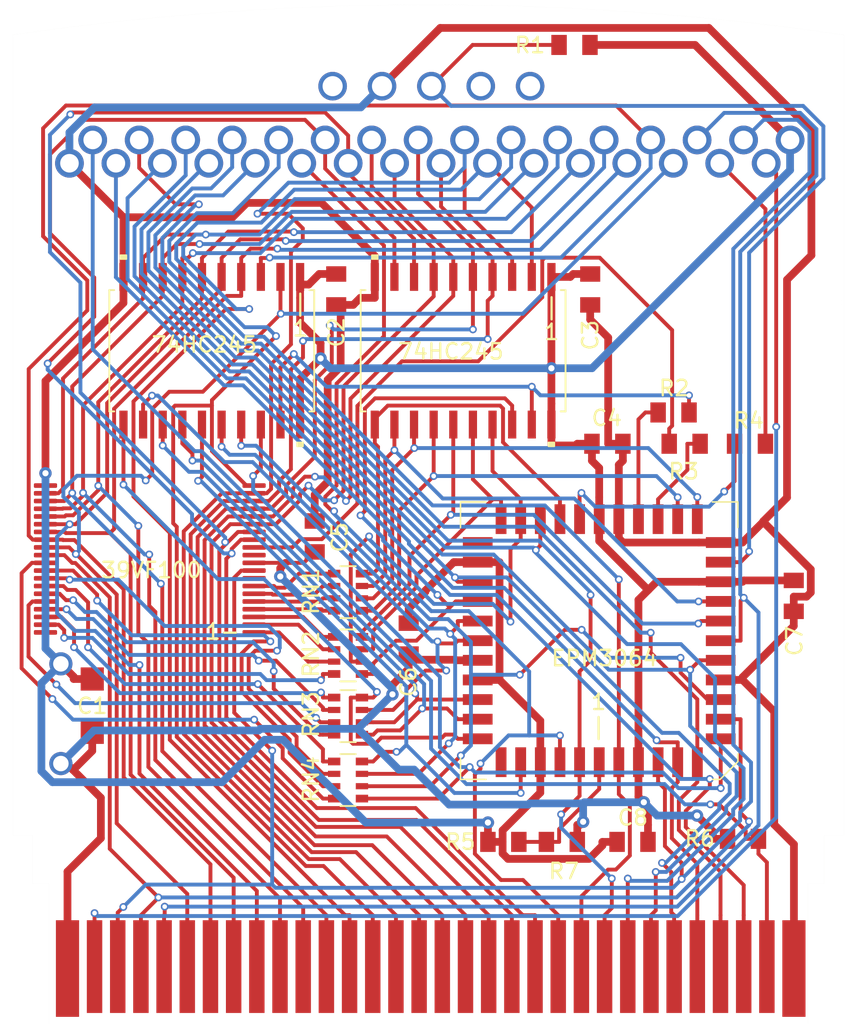
<source format=kicad_pcb>
(kicad_pcb (version 20211014) (generator pcbnew)
  (layers (0 "F.Cu" signal) (31 "B.Cu" signal) (34 "B.Paste" user) (35 "F.Paste" user) (36 "B.SilkS" user "B.Silkscreen") (37 "F.SilkS" user "F.Silkscreen") (38 "B.Mask" user) (39 "F.Mask" user) (44 "Edge.Cuts" user))
  (net 0 "")
  (net 1 "/SST.A15")
  (net 2 "/SST.A14")
  (net 3 "/SST.A13")
  (net 4 "/SST.A12")
  (net 5 "/EPM.A12")
  (net 6 "/EPM.A13")
  (net 7 "/EPM.A14")
  (net 8 "/EPM.A15")
  (net 9 "/SST.A11")
  (net 10 "/SST.A10")
  (net 11 "/SST.A9")
  (net 12 "/SST.A8")
  (net 13 "/EPM.A8")
  (net 14 "/EPM.A9")
  (net 15 "/EPM.A10")
  (net 16 "/EPM.A11")
  (net 17 "/SST.A7")
  (net 18 "/SST.A6")
  (net 19 "/SST.A5")
  (net 20 "/SST.A4")
  (net 21 "/EPM.A4")
  (net 22 "/EPM.A5")
  (net 23 "/EPM.A6")
  (net 24 "/EPM.A7")
  (net 25 "/EPM.A3")
  (net 26 "/EPM.A2")
  (net 27 "/EPM.A1")
  (net 28 "/EPM.A0")
  (net 29 "/SST.A0")
  (net 30 "/SST.A1")
  (net 31 "/SST.A2")
  (net 32 "/SST.A3")
  (net 33 "/Const.Low")
  (net 34 "/A17")
  (net 35 "/VCC")
  (net 36 "/Sys.write")
  (net 37 "/A22")
  (net 38 "/A23")
  (net 39 "/Sys.read")
  (net 40 "/GND")
  (net 41 "/A20")
  (net 42 "/CS.ROM")
  (net 43 "/Switch")
  (net 44 "/EPM.CE")
  (net 45 "/EPM.OE")
  (net 46 "/Cart.read")
  (net 47 "/A19")
  (net 49 "/A21")
  (net 51 "/A16")
  (net 52 "/A18")
  (net 56 "/245.OE")
  (net 57 "/SST.CE")
  (net 58 "/Game.read")
  (net 59 "/REQ")
  (net 62 "/AD15")
  (net 63 "/AD14")
  (net 64 "/AD13")
  (net 65 "/AD12")
  (net 66 "/AD11")
  (net 67 "/AD10")
  (net 68 "/AD9")
  (net 69 "/AD8")
  (net 70 "/AD7")
  (net 71 "/AD6")
  (net 72 "/AD5")
  (net 73 "/AD4")
  (net 74 "/AD3")
  (net 75 "/AD2")
  (net 76 "/AD1")
  (net 77 "/AD0")
  (net 78 "/Clk")
  (net 79 "/CS.SRAM")
  (footprint "GBA:Codebreaker Cap-Res" (layer "F.Cu") (at 141.198 95.896 90)
    (fp_text reference "C5")
    (fp_text value "100 nF")
  )
  (footprint "Package_LCC:PLCC-44" (layer "F.Cu") (at 159.607 102.638 180)
    (fp_text reference "U4" hide)
    (fp_text value "EPM3064ALC44-10N")
  )
  (footprint "GBA:Codebreaker Cap-Res" (layer "F.Cu") (at 147.278 102.505 90)
    (fp_text reference "C6")
    (fp_text value "200 nF")
  )
  (footprint "GBA:Codebreaker Cap-Res" (layer "F.Cu") (at 169.365 89.898)
    (fp_text reference "R4")
    (fp_text value "0 Ohm")
  )
  (footprint "GBA:Cartridge Slot, GBC" (layer "F.Cu") (at 147.885 70.306)
    (fp_text reference "J2" hide)
    (fp_text value "Cart_Edge_Connector" hide)
  )
  (footprint "GBA:Codebreaker 47 uF Pad" (layer "F.Cu") (at 126.802 106.843 180)
    (fp_text reference "C1")
    (fp_text value "47 uF")
  )
  (footprint "MountingHole:MountingHole_2.2mm_M2" (layer "F.Cu") (at 174.0278 80.6552)
    (fp_text reference "H4" hide)
    (fp_text value "MountingHole_2.2mm_M2")
  )
  (footprint "GBA:Codebreaker Cap TH" (layer "F.Cu") (at 124.771 107.363 180)
    (fp_text reference "C9" hide)
    (fp_text value "47 uF")
  )
  (footprint "GBA:Codebreaker 39VF100" (layer "F.Cu") (at 130.525 92.603 180)
    (fp_text reference "U2" hide)
    (fp_text value "39VF100")
  )
  (footprint "GBA:Codebreaker Cap-Res" (layer "F.Cu") (at 165.138 89.898)
    (fp_text reference "R3")
    (fp_text value "0 Ohm")
  )
  (footprint "MountingHole:MountingHole_2.2mm_M2" (layer "F.Cu") (at 173.7897 66.2883)
    (fp_text reference "H2" hide)
    (fp_text value "MountingHole_2.2mm_M2")
  )
  (footprint "GBA:Codebreaker Cap-Res" (layer "F.Cu") (at 168.912 115.459)
    (fp_text reference "R6")
    (fp_text value "100K Ohm")
  )
  (footprint "GBA:Codebreaker Cap-Res" (layer "F.Cu") (at 172.197 99.74 90)
    (fp_text reference "C7")
    (fp_text value "200 nF")
  )
  (footprint "MountingHole:MountingHole_2.2mm_M2" (layer "F.Cu") (at 124.5375 114.1117)
    (fp_text reference "H5" hide)
    (fp_text value "MountingHole_2.2mm_M2")
  )
  (footprint "GBA:Codebreaker Cap-Res" (layer "F.Cu") (at 161.764 115.656)
    (fp_text reference "C8")
    (fp_text value "200 nF")
  )
  (footprint "GBA:Codebreaker Cap-Res" (layer "F.Cu") (at 160.138 89.898)
    (fp_text reference "C4")
    (fp_text value "200 nF")
  )
  (footprint "GBA:ACTUAL GAMEBOY EDGE CONNECTOR" (layer "F.Cu") (at 148.7405 123.262)
    (fp_text reference "J1" hide)
    (fp_text value "Cart_Edge_Connector")
  )
  (footprint "GBA:Codebreaker Cap-Res" (layer "F.Cu") (at 157.189 115.656)
    (fp_text reference "R7")
    (fp_text value "Empty")
  )
  (footprint "Resistor_SMD:R_Array_Convex_4x0603" (layer "F.Cu") (at 143.355 107.519)
    (fp_text reference "RN3")
    (fp_text value "0 Ohm")
  )
  (footprint "MountingHole:MountingHole_2.2mm_M2" (layer "F.Cu") (at 123.556 66.269)
    (fp_text reference "H1" hide)
    (fp_text value "MountingHole_2.2mm_M2")
  )
  (footprint "GBA:Codebreaker Cap-Res" (layer "F.Cu") (at 159.025 79.915 90)
    (fp_text reference "C3")
    (fp_text value "100 nF")
  )
  (footprint "Resistor_SMD:R_Array_Convex_4x0603" (layer "F.Cu") (at 143.355 111.654)
    (fp_text reference "RN4")
    (fp_text value "0 Ohm")
  )
  (footprint "GBA:74HC245D_653" (layer "F.Cu") (at 150.8 83.881 -90)
    (fp_text reference "U3" hide)
    (fp_text value "74HC245D_653" hide)
  )
  (footprint "GBA:74HC245D_653" (layer "F.Cu") (at 134.537 83.881 -90)
    (fp_text reference "U1" hide)
    (fp_text value "74HC245D_653" hide)
  )
  (footprint "MountingHole:MountingHole_2.2mm_M2" (layer "F.Cu") (at 123.3072 80.692)
    (fp_text reference "H3" hide)
    (fp_text value "MountingHole_2.2mm_M2")
  )
  (footprint "GBA:Codebreaker Cap-Res" (layer "F.Cu") (at 158.01 64.096)
    (fp_text reference "R1")
    (fp_text value "100K Ohm")
  )
  (footprint "GBA:Codebreaker Switch" (layer "F.Cu") (at 148.747 66.764)
    (fp_text reference "J3" hide)
    (fp_text value "SW_DPDT_x2")
  )
  (footprint "GBA:Codebreaker Cap-Res" (layer "F.Cu") (at 142.589 79.915 90)
    (fp_text reference "C2")
    (fp_text value "100 nF")
  )
  (footprint "GBA:Codebreaker Cap-Res" (layer "F.Cu") (at 153.406 115.656)
    (fp_text reference "R5")
    (fp_text value "0 Ohm")
  )
  (footprint "Resistor_SMD:R_Array_Convex_4x0603" (layer "F.Cu") (at 143.355 103.593)
    (fp_text reference "RN2")
    (fp_text value "0 Ohm")
  )
  (footprint "MountingHole:MountingHole_2.2mm_M2" (layer "F.Cu") (at 172.7578 114.072)
    (fp_text reference "H6" hide)
    (fp_text value "MountingHole_2.2mm_M2")
  )
  (footprint "GBA:Codebreaker Cap-Res" (layer "F.Cu") (at 164.42 87.874)
    (fp_text reference "R2")
    (fp_text value "0 Ohm")
  )
  (footprint "Resistor_SMD:R_Array_Convex_4x0603" (layer "F.Cu") (at 143.355 99.499)
    (fp_text reference "RN1")
    (fp_text value "0 Ohm")
  )
  (gr_line (start 122.9453 115.2486) (end 121.6603 115.2486) (layer "Edge.Cuts") (width 0.002))
  (gr_line (start 175.4403 63.4486) (end 175.4403 115.2486) (layer "Edge.Cuts") (width 0.002))
  (gr_line (start 173.1003 127.4486) (end 124.0003 127.4486) (layer "Edge.Cuts") (width 0.002))
  (gr_line (start 174.1553 115.2486) (end 175.4403 115.2486) (layer "Edge.Cuts") (width 0.002))
  (gr_line (start 173.1003 118.3486) (end 174.1553 118.3486) (layer "Edge.Cuts") (width 0.002))
  (gr_line (start 122.9453 118.3486) (end 124.0003 118.3486) (layer "Edge.Cuts") (width 0.002))
  (gr_line (start 174.1553 115.2486) (end 174.1553 118.3486) (layer "Edge.Cuts") (width 0.002))
  (gr_line (start 124.0003 118.3486) (end 124.0003 127.4486) (layer "Edge.Cuts") (width 0.002))
  (gr_line (start 173.1003 118.3486) (end 173.1003 127.4486) (layer "Edge.Cuts") (width 0.002))
  (gr_arc (start 121.6603 63.4486) (mid 148.5503 61.497513) (end 175.4403 63.4486) (layer "Edge.Cuts") (width 0.002))
  (gr_line (start 121.6603 115.2486) (end 121.6603 63.4486) (layer "Edge.Cuts") (width 0.002))
  (gr_line (start 122.9453 115.2486) (end 122.9453 118.3486) (layer "Edge.Cuts") (width 0.002))
  (gr_text "74HC245" (at 134.057 83.486) (layer "F.SilkS") (effects (font (size 1 1))))
  (gr_text "|\n1" (at 156.525 81.864) (layer "F.SilkS") (effects (font (size 1 1))))
  (gr_text "1-" (at 135.243 102.047) (layer "F.SilkS") (effects (font (size 1 1))))
  (gr_text "39VF100" (at 130.628 98.078) (layer "F.SilkS") (effects (font (size 1 1))))
  (gr_text "74HC245" (at 150.01 83.933) (layer "F.SilkS") (effects (font (size 1 1))))
  (gr_text "|\n1" (at 140.262 81.633) (layer "F.SilkS") (effects (font (size 1 1))))
  (gr_text "1\n|" (at 159.568 107.41) (layer "F.SilkS") (effects (font (size 1 1))))
  (gr_text "EPM3064" (at 159.945 103.773) (layer "F.SilkS") (effects (font (size 1 1))))
  (segment (start 137.275 99.103) (end 138.5624 99.103) (width 0.25) (layer "F.Cu") (net 1))
  (segment (start 140.1806 98.299) (end 142.455 98.299) (width 0.25) (layer "F.Cu") (net 1))
  (segment (start 138.5624 99.103) (end 138.6691 99.2097) (width 0.25) (layer "F.Cu") (net 1))
  (segment (start 139.2699 99.2097) (end 140.1806 98.299) (width 0.25) (layer "F.Cu") (net 1))
  (segment (start 138.6691 99.2097) (end 139.2699 99.2097) (width 0.25) (layer "F.Cu") (net 1))
  (segment (start 142.455 99.099) (end 141.7299 99.099) (width 0.25) (layer "F.Cu") (net 2))
  (segment (start 138.4258 99.603) (end 138.4826 99.6598) (width 0.25) (layer "F.Cu") (net 2))
  (segment (start 141.1691 99.6598) (end 141.7299 99.099) (width 0.25) (layer "F.Cu") (net 2))
  (segment (start 137.275 99.603) (end 138.4258 99.603) (width 0.25) (layer "F.Cu") (net 2))
  (segment (start 138.4826 99.6598) (end 141.1691 99.6598) (width 0.25) (layer "F.Cu") (net 2))
  (segment (start 142.455 99.899) (end 141.7299 99.899) (width 0.25) (layer "F.Cu") (net 3))
  (segment (start 141.519 100.1099) (end 141.7299 99.899) (width 0.25) (layer "F.Cu") (net 3))
  (segment (start 137.2819 100.1099) (end 141.519 100.1099) (width 0.25) (layer "F.Cu") (net 3))
  (segment (start 137.275 100.103) (end 137.2819 100.1099) (width 0.25) (layer "F.Cu") (net 3))
  (segment (start 142.455 100.699) (end 141.7299 100.699) (width 0.25) (layer "F.Cu") (net 4))
  (segment (start 141.7299 100.699) (end 141.6339 100.603) (width 0.25) (layer "F.Cu") (net 4))
  (segment (start 141.6339 100.603) (end 137.275 100.603) (width 0.25) (layer "F.Cu") (net 4))
  (segment (start 164.687 93.4879) (end 164.687 93.3611) (width 0.25) (layer "F.Cu") (net 5))
  (segment (start 148.895 88.6562) (end 148.895 91.9879) (width 0.25) (layer "F.Cu") (net 5))
  (segment (start 146.6631 94.2198) (end 148.895 91.9879) (width 0.25) (layer "F.Cu") (net 5))
  (segment (start 146.6631 99.016) (end 146.6631 94.2198) (width 0.25) (layer "F.Cu") (net 5))
  (segment (start 144.255 100.699) (end 144.9801 100.699) (width 0.25) (layer "F.Cu") (net 5))
  (segment (start 164.687 94.7755) (end 164.687 93.4879) (width 0.25) (layer "F.Cu") (net 5))
  (segment (start 144.9801 100.699) (end 146.6631 99.016) (width 0.25) (layer "F.Cu") (net 5))
  (via (at 148.895 91.9879) (size 0.5) (drill 0.3) (layers "F.Cu" "B.Cu") (net 5))
  (via (at 164.687 93.3611) (size 0.5) (drill 0.3) (layers "F.Cu" "B.Cu") (net 5))
  (segment (start 163.3138 91.9879) (end 164.687 93.3611) (width 0.25) (layer "B.Cu") (net 5))
  (segment (start 148.895 91.9879) (end 163.3138 91.9879) (width 0.25) (layer "B.Cu") (net 5))
  (segment (start 165.957 94.7755) (end 165.957 93.4879) (width 0.25) (layer "F.Cu") (net 6))
  (segment (start 147.625 88.6562) (end 147.625 90.1616) (width 0.25) (layer "F.Cu") (net 6))
  (segment (start 146.2129 91.6059) (end 147.6411 90.1777) (width 0.25) (layer "F.Cu") (net 6))
  (segment (start 165.957 93.4879) (end 165.957 93.3477) (width 0.25) (layer "F.Cu") (net 6))
  (segment (start 147.625 90.1616) (end 147.6411 90.1777) (width 0.25) (layer "F.Cu") (net 6))
  (segment (start 144.255 99.899) (end 144.9801 99.899) (width 0.25) (layer "F.Cu") (net 6))
  (segment (start 146.2129 98.6662) (end 146.2129 91.6059) (width 0.25) (layer "F.Cu") (net 6))
  (segment (start 144.9801 99.899) (end 146.2129 98.6662) (width 0.25) (layer "F.Cu") (net 6))
  (via (at 165.957 93.3477) (size 0.5) (drill 0.3) (layers "F.Cu" "B.Cu") (net 6))
  (via (at 147.6411 90.1777) (size 0.5) (drill 0.3) (layers "F.Cu" "B.Cu") (net 6))
  (segment (start 162.787 90.1777) (end 165.957 93.3477) (width 0.25) (layer "B.Cu") (net 6))
  (segment (start 147.6411 90.1777) (end 162.787 90.1777) (width 0.25) (layer "B.Cu") (net 6))
  (segment (start 167.4695 100.098) (end 166.1819 100.098) (width 0.25) (layer "F.Cu") (net 7))
  (segment (start 166.1791 100.1008) (end 166.0365 100.1008) (width 0.25) (layer "F.Cu") (net 7))
  (segment (start 145.7627 98.3164) (end 144.9801 99.099) (width 0.25) (layer "F.Cu") (net 7))
  (segment (start 144.255 99.099) (end 144.9801 99.099) (width 0.25) (layer "F.Cu") (net 7))
  (segment (start 146.355 90.3128) (end 145.7627 90.9051) (width 0.25) (layer "F.Cu") (net 7))
  (segment (start 145.7627 90.9051) (end 145.7627 98.3164) (width 0.25) (layer "F.Cu") (net 7))
  (segment (start 166.1819 100.098) (end 166.1791 100.1008) (width 0.25) (layer "F.Cu") (net 7))
  (segment (start 146.355 88.6562) (end 146.355 90.3128) (width 0.25) (layer "F.Cu") (net 7))
  (via (at 166.0365 100.1008) (size 0.5) (drill 0.3) (layers "F.Cu" "B.Cu") (net 7))
  (via (at 146.355 90.3128) (size 0.5) (drill 0.3) (layers "F.Cu" "B.Cu") (net 7))
  (segment (start 164.6579 100.1008) (end 166.0365 100.1008) (width 0.25) (layer "B.Cu") (net 7))
  (segment (start 157.9979 93.4408) (end 164.6579 100.1008) (width 0.25) (layer "B.Cu") (net 7))
  (segment (start 146.355 90.3128) (end 149.483 93.4408) (width 0.25) (layer "B.Cu") (net 7))
  (segment (start 149.483 93.4408) (end 157.9979 93.4408) (width 0.25) (layer "B.Cu") (net 7))
  (segment (start 145.085 88.6562) (end 145.085 89.883) (width 0.25) (layer "F.Cu") (net 8))
  (segment (start 144.255 98.299) (end 144.9801 98.299) (width 0.25) (layer "F.Cu") (net 8))
  (segment (start 145.2927 90.0907) (end 145.085 89.883) (width 0.25) (layer "F.Cu") (net 8))
  (segment (start 153.3831 87.6199) (end 153.191 87.4278) (width 0.25) (layer "F.Cu") (net 8))
  (segment (start 153.191 87.4278) (end 145.9286 87.4278) (width 0.25) (layer "F.Cu") (net 8))
  (segment (start 157.067 93.4879) (end 153.3831 89.804) (width 0.25) (layer "F.Cu") (net 8))
  (segment (start 153.3831 89.804) (end 153.3831 87.6199) (width 0.25) (layer "F.Cu") (net 8))
  (segment (start 144.9801 98.299) (end 145.2927 97.9864) (width 0.25) (layer "F.Cu") (net 8))
  (segment (start 157.067 94.7755) (end 157.067 93.4879) (width 0.25) (layer "F.Cu") (net 8))
  (segment (start 145.9286 87.4278) (end 145.085 88.2714) (width 0.25) (layer "F.Cu") (net 8))
  (segment (start 145.2927 97.9864) (end 145.2927 90.0907) (width 0.25) (layer "F.Cu") (net 8))
  (segment (start 145.085 88.2714) (end 145.085 88.6562) (width 0.25) (layer "F.Cu") (net 8))
  (segment (start 142.455 102.393) (end 141.7299 102.393) (width 0.25) (layer "F.Cu") (net 9))
  (segment (start 137.275 101.103) (end 140.4399 101.103) (width 0.25) (layer "F.Cu") (net 9))
  (segment (start 140.4399 101.103) (end 141.7299 102.393) (width 0.25) (layer "F.Cu") (net 9))
  (segment (start 141.7299 103.193) (end 140.1399 101.603) (width 0.25) (layer "F.Cu") (net 10))
  (segment (start 142.455 103.193) (end 141.7299 103.193) (width 0.25) (layer "F.Cu") (net 10))
  (segment (start 140.1399 101.603) (end 137.275 101.603) (width 0.25) (layer "F.Cu") (net 10))
  (segment (start 140.7753 103.993) (end 142.455 103.993) (width 0.25) (layer "F.Cu") (net 11))
  (segment (start 137.275 102.103) (end 138.8853 102.103) (width 0.25) (layer "F.Cu") (net 11))
  (segment (start 138.8853 102.103) (end 140.7753 103.993) (width 0.25) (layer "F.Cu") (net 11))
  (segment (start 142.455 104.793) (end 141.7299 104.793) (width 0.25) (layer "F.Cu") (net 12))
  (segment (start 123.775 101.603) (end 124.6284 101.603) (width 0.25) (layer "F.Cu") (net 12))
  (segment (start 141.7299 104.793) (end 141.7299 105.0624) (width 0.25) (layer "F.Cu") (net 12))
  (segment (start 124.9854 101.96) (end 124.9854 102.4557) (width 0.25) (layer "F.Cu") (net 12))
  (segment (start 124.6284 101.603) (end 124.9854 101.96) (width 0.25) (layer "F.Cu") (net 12))
  (segment (start 141.7299 105.0624) (end 141.5989 105.1934) (width 0.25) (layer "F.Cu") (net 12))
  (via (at 124.9854 102.4557) (size 0.5) (drill 0.3) (layers "F.Cu" "B.Cu") (net 12))
  (via (at 141.5989 105.1934) (size 0.5) (drill 0.3) (layers "F.Cu" "B.Cu") (net 12))
  (segment (start 137.6778 104.793) (end 138.0782 105.1934) (width 0.25) (layer "B.Cu") (net 12))
  (segment (start 129.1493 104.793) (end 137.6778 104.793) (width 0.25) (layer "B.Cu") (net 12))
  (segment (start 126.812 102.4557) (end 129.1493 104.793) (width 0.25) (layer "B.Cu") (net 12))
  (segment (start 124.9854 102.4557) (end 126.812 102.4557) (width 0.25) (layer "B.Cu") (net 12))
  (segment (start 138.0782 105.1934) (end 141.5989 105.1934) (width 0.25) (layer "B.Cu") (net 12))
  (segment (start 150.3226 100.098) (end 150.4804 100.098) (width 0.25) (layer "F.Cu") (net 13))
  (segment (start 144.4435 87.6164) (end 144.4435 94.2528) (width 0.25) (layer "F.Cu") (net 13))
  (segment (start 145.1018 86.9581) (end 144.4435 87.6164) (width 0.25) (layer "F.Cu") (net 13))
  (segment (start 144.255 104.793) (end 144.9801 104.793) (width 0.25) (layer "F.Cu") (net 13))
  (segment (start 153.5037 86.9581) (end 145.1018 86.9581) (width 0.25) (layer "F.Cu") (net 13))
  (segment (start 146.4617 102.638) (end 147.7826 102.638) (width 0.25) (layer "F.Cu") (net 13))
  (segment (start 151.7445 100.098) (end 150.4804 100.098) (width 0.25) (layer "F.Cu") (net 13))
  (segment (start 147.7826 102.638) (end 149.9433 100.4773) (width 0.25) (layer "F.Cu") (net 13))
  (segment (start 153.975 87.4294) (end 153.5037 86.9581) (width 0.25) (layer "F.Cu") (net 13))
  (segment (start 144.9801 104.793) (end 144.9801 104.1196) (width 0.25) (layer "F.Cu") (net 13))
  (segment (start 149.9433 100.4773) (end 149.1396 99.6737) (width 0.25) (layer "F.Cu") (net 13))
  (segment (start 144.9801 104.1196) (end 146.4617 102.638) (width 0.25) (layer "F.Cu") (net 13))
  (segment (start 144.4435 94.2528) (end 144.1628 94.5335) (width 0.25) (layer "F.Cu") (net 13))
  (segment (start 153.975 88.6562) (end 153.975 87.4294) (width 0.25) (layer "F.Cu") (net 13))
  (segment (start 149.9433 100.4773) (end 150.3226 100.098) (width 0.25) (layer "F.Cu") (net 13))
  (via (at 144.1628 94.5335) (size 0.5) (drill 0.3) (layers "F.Cu" "B.Cu") (net 13))
  (via (at 149.1396 99.6737) (size 0.5) (drill 0.3) (layers "F.Cu" "B.Cu") (net 13))
  (segment (start 144.1628 94.5335) (end 144.1763 94.5335) (width 0.25) (layer "B.Cu") (net 13))
  (segment (start 145.6225 95.9797) (end 145.6225 96.1566) (width 0.25) (layer "B.Cu") (net 13))
  (segment (start 145.6225 96.1566) (end 149.1396 99.6737) (width 0.25) (layer "B.Cu") (net 13))
  (segment (start 144.1763 94.5335) (end 145.6225 95.9797) (width 0.25) (layer "B.Cu") (net 13))
  (segment (start 153.8668 96.7233) (end 153.8668 101.4091) (width 0.25) (layer "F.Cu") (net 14))
  (segment (start 143.5299 97.0759) (end 144.7176 95.8882) (width 0.25) (layer "F.Cu") (net 14))
  (segment (start 154.527 94.6076) (end 154.527 93.4879) (width 0.25) (layer "F.Cu") (net 14))
  (segment (start 144.255 103.993) (end 143.5299 103.993) (width 0.25) (layer "F.Cu") (net 14))
  (segment (start 154.527 96.0631) (end 153.8668 96.7233) (width 0.25) (layer "F.Cu") (net 14))
  (segment (start 152.705 91.6659) (end 152.705 88.6562) (width 0.25) (layer "F.Cu") (net 14))
  (segment (start 154.527 94.6076) (end 154.527 94.7755) (width 0.25) (layer "F.Cu") (net 14))
  (segment (start 143.5299 103.993) (end 143.5299 97.0759) (width 0.25) (layer "F.Cu") (net 14))
  (segment (start 154.527 94.7755) (end 154.527 96.0631) (width 0.25) (layer "F.Cu") (net 14))
  (segment (start 154.527 93.4879) (end 152.705 91.6659) (width 0.25) (layer "F.Cu") (net 14))
  (via (at 144.7176 95.8882) (size 0.5) (drill 0.3) (layers "F.Cu" "B.Cu") (net 14))
  (via (at 153.8668 101.4091) (size 0.5) (drill 0.3) (layers "F.Cu" "B.Cu") (net 14))
  (segment (start 152.7161 100.2584) (end 148.9108 100.2584) (width 0.25) (layer "B.Cu") (net 14))
  (segment (start 148.9108 100.2584) (end 144.7176 96.0652) (width 0.25) (layer "B.Cu") (net 14))
  (segment (start 144.7176 96.0652) (end 144.7176 95.8882) (width 0.25) (layer "B.Cu") (net 14))
  (segment (start 153.8668 101.4091) (end 152.7161 100.2584) (width 0.25) (layer "B.Cu") (net 14))
  (segment (start 152.7226 93.4879) (end 153.257 93.4879) (width 0.25) (layer "F.Cu") (net 15))
  (segment (start 144.9801 103.193) (end 144.9801 101.9799) (width 0.25) (layer "F.Cu") (net 15))
  (segment (start 147.7842 99.1758) (end 147.7842 98.4263) (width 0.25) (layer "F.Cu") (net 15))
  (segment (start 147.7842 98.4263) (end 152.7226 93.4879) (width 0.25) (layer "F.Cu") (net 15))
  (segment (start 144.9801 101.9799) (end 147.7842 99.1758) (width 0.25) (layer "F.Cu") (net 15))
  (segment (start 151.435 92.2003) (end 151.435 89.883) (width 0.25) (layer "F.Cu") (net 15))
  (segment (start 153.257 94.7755) (end 153.257 93.4879) (width 0.25) (layer "F.Cu") (net 15))
  (segment (start 151.435 88.6562) (end 151.435 89.883) (width 0.25) (layer "F.Cu") (net 15))
  (segment (start 152.7226 93.4879) (end 151.435 92.2003) (width 0.25) (layer "F.Cu") (net 15))
  (segment (start 144.255 103.193) (end 144.9801 103.193) (width 0.25) (layer "F.Cu") (net 15))
  (segment (start 167.4695 101.368) (end 166.1819 101.368) (width 0.25) (layer "F.Cu") (net 16))
  (segment (start 147.3307 98.9927) (end 147.3307 97.1696) (width 0.25) (layer "F.Cu") (net 16))
  (segment (start 166.0188 101.5311) (end 166.1819 101.368) (width 0.25) (layer "F.Cu") (net 16))
  (segment (start 144.255 102.393) (end 144.255 102.0684) (width 0.25) (layer "F.Cu") (net 16))
  (segment (start 150.165 94.3353) (end 150.165 88.6562) (width 0.25) (layer "F.Cu") (net 16))
  (segment (start 144.255 102.0684) (end 147.3307 98.9927) (width 0.25) (layer "F.Cu") (net 16))
  (segment (start 150.0052 94.4951) (end 150.165 94.3353) (width 0.25) (layer "F.Cu") (net 16))
  (segment (start 147.3307 97.1696) (end 150.0052 94.4951) (width 0.25) (layer "F.Cu") (net 16))
  (via (at 166.0188 101.5311) (size 0.5) (drill 0.3) (layers "F.Cu" "B.Cu") (net 16))
  (via (at 150.0052 94.4951) (size 0.5) (drill 0.3) (layers "F.Cu" "B.Cu") (net 16))
  (segment (start 155.3727 94.4951) (end 162.4087 101.5311) (width 0.25) (layer "B.Cu") (net 16))
  (segment (start 162.4087 101.5311) (end 166.0188 101.5311) (width 0.25) (layer "B.Cu") (net 16))
  (segment (start 150.0052 94.4951) (end 155.3727 94.4951) (width 0.25) (layer "B.Cu") (net 16))
  (segment (start 123.775 101.103) (end 124.797 101.103) (width 0.25) (layer "F.Cu") (net 17))
  (segment (start 124.797 101.103) (end 125.6244 101.9304) (width 0.25) (layer "F.Cu") (net 17))
  (segment (start 142.455 106.319) (end 141.7299 106.319) (width 0.25) (layer "F.Cu") (net 17))
  (segment (start 125.6244 101.9304) (end 125.6244 103.0628) (width 0.25) (layer "F.Cu") (net 17))
  (segment (start 141.7299 106.319) (end 141.7299 106.1129) (width 0.25) (layer "F.Cu") (net 17))
  (segment (start 141.7299 106.1129) (end 141.6027 105.9857) (width 0.25) (layer "F.Cu") (net 17))
  (via (at 141.6027 105.9857) (size 0.5) (drill 0.3) (layers "F.Cu" "B.Cu") (net 17))
  (via (at 125.6244 103.0628) (size 0.5) (drill 0.3) (layers "F.Cu" "B.Cu") (net 17))
  (segment (start 141.5577 106.0307) (end 141.6027 105.9857) (width 0.25) (layer "B.Cu") (net 17))
  (segment (start 125.6244 103.0628) (end 128.5923 106.0307) (width 0.25) (layer "B.Cu") (net 17))
  (segment (start 128.5923 106.0307) (end 141.5577 106.0307) (width 0.25) (layer "B.Cu") (net 17))
  (segment (start 138.6937 103.9322) (end 141.7299 106.9684) (width 0.25) (layer "F.Cu") (net 18))
  (segment (start 142.455 107.119) (end 141.7299 107.119) (width 0.25) (layer "F.Cu") (net 18))
  (segment (start 141.7299 106.9684) (end 141.7299 107.119) (width 0.25) (layer "F.Cu") (net 18))
  (segment (start 137.5751 103.9322) (end 138.6937 103.9322) (width 0.25) (layer "F.Cu") (net 18))
  (segment (start 125.1356 100.603) (end 123.775 100.603) (width 0.25) (layer "F.Cu") (net 18))
  (via (at 137.5751 103.9322) (size 0.5) (drill 0.3) (layers "F.Cu" "B.Cu") (net 18))
  (via (at 125.1356 100.603) (size 0.5) (drill 0.3) (layers "F.Cu" "B.Cu") (net 18))
  (segment (start 129.1898 103.5603) (end 137.2032 103.5603) (width 0.25) (layer "B.Cu") (net 18))
  (segment (start 125.7646 101.232) (end 126.8615 101.232) (width 0.25) (layer "B.Cu") (net 18))
  (segment (start 137.2032 103.5603) (end 137.5751 103.9322) (width 0.25) (layer "B.Cu") (net 18))
  (segment (start 125.1356 100.603) (end 125.7646 101.232) (width 0.25) (layer "B.Cu") (net 18))
  (segment (start 126.8615 101.232) (end 129.1898 103.5603) (width 0.25) (layer "B.Cu") (net 18))
  (segment (start 122.6794 103.6708) (end 122.6794 100.3525) (width 0.25) (layer "F.Cu") (net 19))
  (segment (start 122.9289 100.103) (end 123.775 100.103) (width 0.25) (layer "F.Cu") (net 19))
  (segment (start 124.4823 105.4737) (end 122.6794 103.6708) (width 0.25) (layer "F.Cu") (net 19))
  (segment (start 122.6794 100.3525) (end 122.9289 100.103) (width 0.25) (layer "F.Cu") (net 19))
  (segment (start 141.5666 107.919) (end 141.2781 107.6305) (width 0.25) (layer "F.Cu") (net 19))
  (segment (start 142.455 107.919) (end 141.5666 107.919) (width 0.25) (layer "F.Cu") (net 19))
  (via (at 124.4823 105.4737) (size 0.5) (drill 0.3) (layers "F.Cu" "B.Cu") (net 19))
  (via (at 141.2781 107.6305) (size 0.5) (drill 0.3) (layers "F.Cu" "B.Cu") (net 19))
  (segment (start 140.3272 106.6796) (end 141.2781 107.6305) (width 0.25) (layer "B.Cu") (net 19))
  (segment (start 124.4823 105.4737) (end 125.6882 106.6796) (width 0.25) (layer "B.Cu") (net 19))
  (segment (start 125.6882 106.6796) (end 140.3272 106.6796) (width 0.25) (layer "B.Cu") (net 19))
  (segment (start 138.5447 104.6101) (end 138.5447 105.7493) (width 0.25) (layer "F.Cu") (net 20))
  (segment (start 124.692 99.603) (end 125.1067 100.0177) (width 0.25) (layer "F.Cu") (net 20))
  (segment (start 123.775 99.603) (end 124.692 99.603) (width 0.25) (layer "F.Cu") (net 20))
  (segment (start 141.5144 108.719) (end 141.7299 108.719) (width 0.25) (layer "F.Cu") (net 20))
  (segment (start 125.1067 100.0177) (end 125.5672 100.0177) (width 0.25) (layer "F.Cu") (net 20))
  (segment (start 142.455 108.719) (end 141.7299 108.719) (width 0.25) (layer "F.Cu") (net 20))
  (segment (start 138.5447 105.7493) (end 141.5144 108.719) (width 0.25) (layer "F.Cu") (net 20))
  (via (at 138.5447 104.6101) (size 0.5) (drill 0.3) (layers "F.Cu" "B.Cu") (net 20))
  (via (at 125.5672 100.0177) (size 0.5) (drill 0.3) (layers "F.Cu" "B.Cu") (net 20))
  (segment (start 129.0316 102.7376) (end 137.2074 102.7376) (width 0.25) (layer "B.Cu") (net 20))
  (segment (start 125.5672 100.0177) (end 126.3314 100.7819) (width 0.25) (layer "B.Cu") (net 20))
  (segment (start 127.0759 100.7819) (end 129.0316 102.7376) (width 0.25) (layer "B.Cu") (net 20))
  (segment (start 138.5447 104.0749) (end 138.5447 104.6101) (width 0.25) (layer "B.Cu") (net 20))
  (segment (start 126.3314 100.7819) (end 127.0759 100.7819) (width 0.25) (layer "B.Cu") (net 20))
  (segment (start 137.2074 102.7376) (end 138.5447 104.0749) (width 0.25) (layer "B.Cu") (net 20))
  (segment (start 149.7661 107.0272) (end 148.151 107.0272) (width 0.25) (layer "F.Cu") (net 21))
  (segment (start 133.2857 90.987) (end 133.2857 90.5367) (width 0.25) (layer "F.Cu") (net 21))
  (segment (start 151.7445 107.718) (end 150.4569 107.718) (width 0.25) (layer "F.Cu") (net 21))
  (segment (start 144.255 108.719) (end 144.9801 108.719) (width 0.25) (layer "F.Cu") (net 21))
  (segment (start 132.632 88.6562) (end 132.632 89.883) (width 0.25) (layer "F.Cu") (net 21))
  (segment (start 146.734 108.4442) (end 145.2549 108.4442) (width 0.25) (layer "F.Cu") (net 21))
  (segment (start 133.2857 90.5367) (end 132.632 89.883) (width 0.25) (layer "F.Cu") (net 21))
  (segment (start 150.4569 107.718) (end 149.7661 107.0272) (width 0.25) (layer "F.Cu") (net 21))
  (segment (start 148.151 107.0272) (end 146.734 108.4442) (width 0.25) (layer "F.Cu") (net 21))
  (segment (start 145.2549 108.4442) (end 144.9801 108.719) (width 0.25) (layer "F.Cu") (net 21))
  (via (at 133.2857 90.987) (size 0.5) (drill 0.3) (layers "F.Cu" "B.Cu") (net 21))
  (via (at 148.151 107.0272) (size 0.5) (drill 0.3) (layers "F.Cu" "B.Cu") (net 21))
  (segment (start 133.8211 90.987) (end 148.2761 105.442) (width 0.25) (layer "B.Cu") (net 21))
  (segment (start 133.2857 90.987) (end 133.8211 90.987) (width 0.25) (layer "B.Cu") (net 21))
  (segment (start 148.2761 106.9021) (end 148.151 107.0272) (width 0.25) (layer "B.Cu") (net 21))
  (segment (start 148.2761 105.442) (end 148.2761 106.9021) (width 0.25) (layer "B.Cu") (net 21))
  (segment (start 146.3494 107.919) (end 144.9801 107.919) (width 0.25) (layer "F.Cu") (net 22))
  (segment (start 147.8204 106.1721) (end 147.7009 106.0526) (width 0.25) (layer "F.Cu") (net 22))
  (segment (start 144.255 107.919) (end 144.9801 107.919) (width 0.25) (layer "F.Cu") (net 22))
  (segment (start 131.362 89.883) (end 131.362 90.0137) (width 0.25) (layer "F.Cu") (net 22))
  (segment (start 147.8204 106.448) (end 146.3494 107.919) (width 0.25) (layer "F.Cu") (net 22))
  (segment (start 147.8204 106.448) (end 147.8204 106.1721) (width 0.25) (layer "F.Cu") (net 22))
  (segment (start 151.7445 106.448) (end 147.8204 106.448) (width 0.25) (layer "F.Cu") (net 22))
  (segment (start 131.362 88.6562) (end 131.362 89.883) (width 0.25) (layer "F.Cu") (net 22))
  (via (at 131.362 90.0137) (size 0.5) (drill 0.3) (layers "F.Cu" "B.Cu") (net 22))
  (via (at 147.7009 106.0526) (size 0.5) (drill 0.3) (layers "F.Cu" "B.Cu") (net 22))
  (segment (start 131.362 90.0137) (end 133.0613 91.713) (width 0.25) (layer "B.Cu") (net 22))
  (segment (start 133.904 91.713) (end 147.7009 105.5099) (width 0.25) (layer "B.Cu") (net 22))
  (segment (start 133.0613 91.713) (end 133.904 91.713) (width 0.25) (layer "B.Cu") (net 22))
  (segment (start 147.7009 105.5099) (end 147.7009 106.0526) (width 0.25) (layer "B.Cu") (net 22))
  (segment (start 149.7097 104.5713) (end 148.3689 104.5713) (width 0.25) (layer "F.Cu") (net 23))
  (segment (start 146.2704 107.119) (end 144.9801 107.119) (width 0.25) (layer "F.Cu") (net 23))
  (segment (start 147.1258 105.8144) (end 147.1258 106.2636) (width 0.25) (layer "F.Cu") (net 23))
  (segment (start 144.255 107.119) (end 144.9801 107.119) (width 0.25) (layer "F.Cu") (net 23))
  (segment (start 149.1444 102.6873) (end 149.2747 102.8176) (width 0.25) (layer "F.Cu") (net 23))
  (segment (start 147.1258 106.2636) (end 146.2704 107.119) (width 0.25) (layer "F.Cu") (net 23))
  (segment (start 130.092 88.6562) (end 130.092 87.3594) (width 0.25) (layer "F.Cu") (net 23))
  (segment (start 148.3689 104.5713) (end 147.1258 105.8144) (width 0.25) (layer "F.Cu") (net 23))
  (segment (start 150.2773 102.8176) (end 150.4569 102.638) (width 0.25) (layer "F.Cu") (net 23))
  (segment (start 149.2747 102.8176) (end 150.2773 102.8176) (width 0.25) (layer "F.Cu") (net 23))
  (segment (start 151.7445 102.638) (end 150.4569 102.638) (width 0.25) (layer "F.Cu") (net 23))
  (segment (start 130.092 87.3594) (end 130.6685 86.7829) (width 0.25) (layer "F.Cu") (net 23))
  (via (at 130.6685 86.7829) (size 0.5) (drill 0.3) (layers "F.Cu" "B.Cu") (net 23))
  (via (at 149.7097 104.5713) (size 0.5) (drill 0.3) (layers "F.Cu" "B.Cu") (net 23))
  (via (at 149.1444 102.6873) (size 0.5) (drill 0.3) (layers "F.Cu" "B.Cu") (net 23))
  (segment (start 137.1812 91.0827) (end 135.354 91.0827) (width 0.25) (layer "B.Cu") (net 23))
  (segment (start 149.1444 104.006) (end 149.1444 102.6873) (width 0.25) (layer "B.Cu") (net 23))
  (segment (start 149.1444 102.6873) (end 148.7858 102.6873) (width 0.25) (layer "B.Cu") (net 23))
  (segment (start 131.0542 86.7829) (end 130.6685 86.7829) (width 0.25) (layer "B.Cu") (net 23))
  (segment (start 135.354 91.0827) (end 131.0542 86.7829) (width 0.25) (layer "B.Cu") (net 23))
  (segment (start 149.7097 104.5713) (end 149.1444 104.006) (width 0.25) (layer "B.Cu") (net 23))
  (segment (start 148.7858 102.6873) (end 137.1812 91.0827) (width 0.25) (layer "B.Cu") (net 23))
  (segment (start 150.1825 108.7136) (end 149.6347 108.7136) (width 0.25) (layer "F.Cu") (net 24))
  (segment (start 149.4391 108.9092) (end 145.5109 108.9092) (width 0.25) (layer "F.Cu") (net 24))
  (segment (start 128.822 88.6562) (end 128.822 92.5435) (width 0.25) (layer "F.Cu") (net 24))
  (segment (start 143.5299 109.1603) (end 143.5299 106.319) (width 0.25) (layer "F.Cu") (net 24))
  (segment (start 149.6347 108.7136) (end 149.4391 108.9092) (width 0.25) (layer "F.Cu") (net 24))
  (segment (start 144.255 106.319) (end 143.5299 106.319) (width 0.25) (layer "F.Cu") (net 24))
  (segment (start 143.6758 109.3062) (end 143.5299 109.1603) (width 0.25) (layer "F.Cu") (net 24))
  (segment (start 145.5109 108.9092) (end 145.1139 109.3062) (width 0.25) (layer "F.Cu") (net 24))
  (segment (start 144.6176 106.319) (end 144.9801 106.319) (width 0.25) (layer "F.Cu") (net 24))
  (segment (start 144.9801 106.319) (end 145.2212 106.0779) (width 0.25) (layer "F.Cu") (net 24))
  (segment (start 151.7445 108.988) (end 150.4569 108.988) (width 0.25) (layer "F.Cu") (net 24))
  (segment (start 144.6176 106.319) (end 144.255 106.319) (width 0.25) (layer "F.Cu") (net 24))
  (segment (start 145.2212 106.0779) (end 145.2212 105.9547) (width 0.25) (layer "F.Cu") (net 24))
  (segment (start 145.1139 109.3062) (end 143.6758 109.3062) (width 0.25) (layer "F.Cu") (net 24))
  (segment (start 150.4569 108.988) (end 150.1825 108.7136) (width 0.25) (layer "F.Cu") (net 24))
  (via (at 145.2212 105.9547) (size 0.5) (drill 0.3) (layers "F.Cu" "B.Cu") (net 24))
  (via (at 128.822 92.5435) (size 0.5) (drill 0.3) (layers "F.Cu" "B.Cu") (net 24))
  (segment (start 145.2212 105.9547) (end 137.9193 98.6528) (width 0.25) (layer "B.Cu") (net 24))
  (segment (start 134.9313 98.6528) (end 128.822 92.5435) (width 0.25) (layer "B.Cu") (net 24))
  (segment (start 137.9193 98.6528) (end 134.9313 98.6528) (width 0.25) (layer "B.Cu") (net 24))
  (segment (start 133.902 89.883) (end 133.902 92.0473) (width 0.25) (layer "F.Cu") (net 25))
  (segment (start 154.527 110.5005) (end 154.527 112.491) (width 0.25) (layer "F.Cu") (net 25))
  (segment (start 145.6046 109.8295) (end 144.9801 110.454) (width 0.25) (layer "F.Cu") (net 25))
  (segment (start 133.902 88.6562) (end 133.902 89.883) (width 0.25) (layer "F.Cu") (net 25))
  (segment (start 144.255 110.454) (end 144.9801 110.454) (width 0.25) (layer "F.Cu") (net 25))
  (segment (start 146.4913 109.8295) (end 145.6046 109.8295) (width 0.25) (layer "F.Cu") (net 25))
  (segment (start 133.902 92.0473) (end 133.6516 92.2977) (width 0.25) (layer "F.Cu") (net 25))
  (via (at 133.6516 92.2977) (size 0.5) (drill 0.3) (layers "F.Cu" "B.Cu") (net 25))
  (via (at 146.4913 109.8295) (size 0.5) (drill 0.3) (layers "F.Cu" "B.Cu") (net 25))
  (via (at 154.527 112.491) (size 0.5) (drill 0.3) (layers "F.Cu" "B.Cu") (net 25))
  (segment (start 133.8283 92.2978) (end 133.6516 92.2978) (width 0.25) (layer "B.Cu") (net 25))
  (segment (start 147.1258 105.5953) (end 133.8283 92.2978) (width 0.25) (layer "B.Cu") (net 25))
  (segment (start 146.6743 109.8295) (end 147.1258 109.378) (width 0.25) (layer "B.Cu") (net 25))
  (segment (start 146.4913 109.8295) (end 146.6743 109.8295) (width 0.25) (layer "B.Cu") (net 25))
  (segment (start 147.1258 109.378) (end 147.1258 105.5953) (width 0.25) (layer "B.Cu") (net 25))
  (segment (start 150.2388 112.491) (end 154.527 112.491) (width 0.25) (layer "B.Cu") (net 25))
  (segment (start 147.1258 109.378) (end 150.2388 112.491) (width 0.25) (layer "B.Cu") (net 25))
  (segment (start 133.6516 92.2978) (end 133.6516 92.2977) (width 0.25) (layer "B.Cu") (net 25))
  (segment (start 151.7445 101.368) (end 150.4569 101.368) (width 0.25) (layer "F.Cu") (net 26))
  (segment (start 135.172 88.6562) (end 135.172 89.883) (width 0.25) (layer "F.Cu") (net 26))
  (segment (start 135.172 89.883) (end 135.172 90.0875) (width 0.25) (layer "F.Cu") (net 26))
  (segment (start 147.9076 111.254) (end 144.255 111.254) (width 0.25) (layer "F.Cu") (net 26))
  (segment (start 150.4569 101.7112) (end 149.9665 102.2016) (width 0.25) (layer "F.Cu") (net 26))
  (segment (start 149.8729 109.2887) (end 147.9076 111.254) (width 0.25) (layer "F.Cu") (net 26))
  (segment (start 150.4569 101.368) (end 150.4569 101.7112) (width 0.25) (layer "F.Cu") (net 26))
  (via (at 135.172 90.0875) (size 0.5) (drill 0.3) (layers "F.Cu" "B.Cu") (net 26))
  (via (at 149.9665 102.2016) (size 0.5) (drill 0.3) (layers "F.Cu" "B.Cu") (net 26))
  (via (at 149.8729 109.2887) (size 0.5) (drill 0.3) (layers "F.Cu" "B.Cu") (net 26))
  (segment (start 149.6164 101.8515) (end 148.5866 101.8515) (width 0.25) (layer "B.Cu") (net 26))
  (segment (start 137.3481 90.613) (end 135.6975 90.613) (width 0.25) (layer "B.Cu") (net 26))
  (segment (start 135.6975 90.613) (end 135.172 90.0875) (width 0.25) (layer "B.Cu") (net 26))
  (segment (start 148.5866 101.8515) (end 137.3481 90.613) (width 0.25) (layer "B.Cu") (net 26))
  (segment (start 150.2849 108.8767) (end 149.8729 109.2887) (width 0.25) (layer "B.Cu") (net 26))
  (segment (start 150.2849 102.52) (end 150.2849 108.8767) (width 0.25) (layer "B.Cu") (net 26))
  (segment (start 149.9665 102.2016) (end 150.2849 102.52) (width 0.25) (layer "B.Cu") (net 26))
  (segment (start 149.9665 102.2016) (end 149.6164 101.8515) (width 0.25) (layer "B.Cu") (net 26))
  (segment (start 166.6103 106.448) (end 164.8716 104.7093) (width 0.25) (layer "F.Cu") (net 27))
  (segment (start 164.8716 104.7093) (end 164.8716 103.7427) (width 0.25) (layer "F.Cu") (net 27))
  (segment (start 158.4715 101.9337) (end 157.38 101.9337) (width 0.25) (layer "F.Cu") (net 27))
  (segment (start 167.4695 106.448) (end 166.6103 106.448) (width 0.25) (layer "F.Cu") (net 27))
  (segment (start 136.442 88.6562) (end 136.442 89.883) (width 0.25) (layer "F.Cu") (net 27))
  (segment (start 157.38 101.9337) (end 154.4707 104.843) (width 0.25) (layer "F.Cu") (net 27))
  (segment (start 136.442 89.883) (end 136.442 90.0259) (width 0.25) (layer "F.Cu") (net 27))
  (segment (start 144.255 112.054) (end 148.6704 112.054) (width 0.25) (layer "F.Cu") (net 27))
  (segment (start 148.6704 112.054) (end 150.6549 110.0695) (width 0.25) (layer "F.Cu") (net 27))
  (via (at 164.8716 103.7427) (size 0.5) (drill 0.3) (layers "F.Cu" "B.Cu") (net 27))
  (via (at 150.6549 110.0695) (size 0.5) (drill 0.3) (layers "F.Cu" "B.Cu") (net 27))
  (via (at 154.4707 104.843) (size 0.5) (drill 0.3) (layers "F.Cu" "B.Cu") (net 27))
  (via (at 158.4715 101.9337) (size 0.5) (drill 0.3) (layers "F.Cu" "B.Cu") (net 27))
  (via (at 136.442 90.0259) (size 0.5) (drill 0.3) (layers "F.Cu" "B.Cu") (net 27))
  (segment (start 151.3062 104.843) (end 151.3062 109.4182) (width 0.25) (layer "B.Cu") (net 27))
  (segment (start 151.3062 109.4182) (end 150.6549 110.0695) (width 0.25) (layer "B.Cu") (net 27))
  (segment (start 151.3062 102.7151) (end 149.8332 101.2421) (width 0.25) (layer "B.Cu") (net 27))
  (segment (start 151.3062 104.843) (end 154.4707 104.843) (width 0.25) (layer "B.Cu") (net 27))
  (segment (start 149.8332 101.2421) (end 148.6214 101.2421) (width 0.25) (layer "B.Cu") (net 27))
  (segment (start 158.4715 101.9337) (end 160.2805 103.7427) (width 0.25) (layer "B.Cu") (net 27))
  (segment (start 160.2805 103.7427) (end 164.8716 103.7427) (width 0.25) (layer "B.Cu") (net 27))
  (segment (start 137.4052 90.0259) (end 136.442 90.0259) (width 0.25) (layer "B.Cu") (net 27))
  (segment (start 151.3062 104.843) (end 151.3062 102.7151) (width 0.25) (layer "B.Cu") (net 27))
  (segment (start 148.6214 101.2421) (end 137.4052 90.0259) (width 0.25) (layer "B.Cu") (net 27))
  (segment (start 137.712 91.4814) (end 137.213 91.9804) (width 0.25) (layer "F.Cu") (net 28))
  (segment (start 149.1872 112.854) (end 151.226 110.8152) (width 0.25) (layer "F.Cu") (net 28))
  (segment (start 144.255 112.854) (end 149.1872 112.854) (width 0.25) (layer "F.Cu") (net 28))
  (segment (start 167.4695 108.988) (end 167.4695 112.1797) (width 0.25) (layer "F.Cu") (net 28))
  (segment (start 137.712 88.6562) (end 137.712 91.4814) (width 0.25) (layer "F.Cu") (net 28))
  (via (at 151.226 110.8152) (size 0.5) (drill 0.3) (layers "F.Cu" "B.Cu") (net 28))
  (via (at 137.213 91.9804) (size 0.5) (drill 0.3) (layers "F.Cu" "B.Cu") (net 28))
  (via (at 167.4695 112.1797) (size 0.5) (drill 0.3) (layers "F.Cu" "B.Cu") (net 28))
  (segment (start 150.5832 110.8152) (end 149.2978 109.5298) (width 0.25) (layer "B.Cu") (net 28))
  (segment (start 163.7279 111.169) (end 151.5798 111.169) (width 0.25) (layer "B.Cu") (net 28))
  (segment (start 149.2978 104.9729) (end 137.213 92.8881) (width 0.25) (layer "B.Cu") (net 28))
  (segment (start 151.5798 111.169) (end 151.226 110.8152) (width 0.25) (layer "B.Cu") (net 28))
  (segment (start 149.2978 109.5298) (end 149.2978 104.9729) (width 0.25) (layer "B.Cu") (net 28))
  (segment (start 167.4695 112.1797) (end 164.7386 112.1797) (width 0.25) (layer "B.Cu") (net 28))
  (segment (start 137.213 92.8881) (end 137.213 91.9804) (width 0.25) (layer "B.Cu") (net 28))
  (segment (start 164.7386 112.1797) (end 163.7279 111.169) (width 0.25) (layer "B.Cu") (net 28))
  (segment (start 151.226 110.8152) (end 150.5832 110.8152) (width 0.25) (layer "B.Cu") (net 28))
  (segment (start 139.125 109.5938) (end 137.2783 107.7471) (width 0.25) (layer "F.Cu") (net 29))
  (segment (start 142.455 112.854) (end 141.7299 112.854) (width 0.25) (layer "F.Cu") (net 29))
  (segment (start 122.8961 97.603) (end 122.2293 98.2698) (width 0.25) (layer "F.Cu") (net 29))
  (segment (start 123.775 97.603) (end 122.8961 97.603) (width 0.25) (layer "F.Cu") (net 29))
  (segment (start 122.2293 104.4206) (end 124.2225 106.4138) (width 0.25) (layer "F.Cu") (net 29))
  (segment (start 139.125 110.2491) (end 139.125 109.5938) (width 0.25) (layer "F.Cu") (net 29))
  (segment (start 141.7299 112.854) (end 139.125 110.2491) (width 0.25) (layer "F.Cu") (net 29))
  (segment (start 122.2293 98.2698) (end 122.2293 104.4206) (width 0.25) (layer "F.Cu") (net 29))
  (via (at 137.2783 107.7471) (size 0.5) (drill 0.3) (layers "F.Cu" "B.Cu") (net 29))
  (via (at 124.2225 106.4138) (size 0.5) (drill 0.3) (layers "F.Cu" "B.Cu") (net 29))
  (segment (start 137.2783 107.7471) (end 125.5558 107.7471) (width 0.25) (layer "B.Cu") (net 29))
  (segment (start 125.5558 107.7471) (end 124.2225 106.4138) (width 0.25) (layer "B.Cu") (net 29))
  (segment (start 139.5752 109.8993) (end 141.7299 112.054) (width 0.25) (layer "F.Cu") (net 30))
  (segment (start 127.1198 99.66) (end 125.5628 98.103) (width 0.25) (layer "F.Cu") (net 30))
  (segment (start 136.4663 105.9323) (end 139.5752 109.0412) (width 0.25) (layer "F.Cu") (net 30))
  (segment (start 125.5628 98.103) (end 123.775 98.103) (width 0.25) (layer "F.Cu") (net 30))
  (segment (start 138.3292 102.6878) (end 137.2472 102.6878) (width 0.25) (layer "F.Cu") (net 30))
  (segment (start 139.5752 109.0412) (end 139.5752 109.8993) (width 0.25) (layer "F.Cu") (net 30))
  (segment (start 136.4663 103.4687) (end 136.4663 105.9323) (width 0.25) (layer "F.Cu") (net 30))
  (segment (start 127.1198 100.0488) (end 127.1198 99.66) (width 0.25) (layer "F.Cu") (net 30))
  (segment (start 137.2472 102.6878) (end 136.4663 103.4687) (width 0.25) (layer "F.Cu") (net 30))
  (segment (start 138.3292 102.6877) (end 138.3292 102.6878) (width 0.25) (layer "F.Cu") (net 30))
  (segment (start 142.455 112.054) (end 141.7299 112.054) (width 0.25) (layer "F.Cu") (net 30))
  (via (at 127.1198 100.0488) (size 0.5) (drill 0.3) (layers "F.Cu" "B.Cu") (net 30))
  (via (at 138.3292 102.6877) (size 0.5) (drill 0.3) (layers "F.Cu" "B.Cu") (net 30))
  (segment (start 137.9289 102.2874) (end 129.3584 102.2874) (width 0.25) (layer "B.Cu") (net 30))
  (segment (start 138.3292 102.6877) (end 137.9289 102.2874) (width 0.25) (layer "B.Cu") (net 30))
  (segment (start 129.3584 102.2874) (end 127.1198 100.0488) (width 0.25) (layer "B.Cu") (net 30))
  (segment (start 140.0253 108.8547) (end 136.9254 105.7548) (width 0.25) (layer "F.Cu") (net 31))
  (segment (start 136.9254 105.7548) (end 136.9254 103.7124) (width 0.25) (layer "F.Cu") (net 31))
  (segment (start 137.3523 103.2855) (end 138.7585 103.2855) (width 0.25) (layer "F.Cu") (net 31))
  (segment (start 142.455 111.254) (end 141.7299 111.254) (width 0.25) (layer "F.Cu") (net 31))
  (segment (start 125.3377 98.6913) (end 125.2494 98.603) (width 0.25) (layer "F.Cu") (net 31))
  (segment (start 140.0253 109.5494) (end 140.0253 108.8547) (width 0.25) (layer "F.Cu") (net 31))
  (segment (start 136.9254 103.7124) (end 137.3523 103.2855) (width 0.25) (layer "F.Cu") (net 31))
  (segment (start 125.2494 98.603) (end 123.775 98.603) (width 0.25) (layer "F.Cu") (net 31))
  (segment (start 141.7299 111.254) (end 140.0253 109.5494) (width 0.25) (layer "F.Cu") (net 31))
  (via (at 125.3377 98.6913) (size 0.5) (drill 0.3) (layers "F.Cu" "B.Cu") (net 31))
  (via (at 138.7585 103.2855) (size 0.5) (drill 0.3) (layers "F.Cu" "B.Cu") (net 31))
  (segment (start 131.4818 101.6865) (end 128.4866 98.6913) (width 0.25) (layer "B.Cu") (net 31))
  (segment (start 138.9347 102.4194) (end 138.2018 101.6865) (width 0.25) (layer "B.Cu") (net 31))
  (segment (start 138.9347 103.1093) (end 138.9347 102.4194) (width 0.25) (layer "B.Cu") (net 31))
  (segment (start 138.7585 103.2855) (end 138.9347 103.1093) (width 0.25) (layer "B.Cu") (net 31))
  (segment (start 138.2018 101.6865) (end 131.4818 101.6865) (width 0.25) (layer "B.Cu") (net 31))
  (segment (start 128.4866 98.6913) (end 125.3377 98.6913) (width 0.25) (layer "B.Cu") (net 31))
  (segment (start 124.9361 99.103) (end 125.1878 99.3547) (width 0.25) (layer "F.Cu") (net 32))
  (segment (start 126.5323 100.1586) (end 126.5323 103.0662) (width 0.25) (layer "F.Cu") (net 32))
  (segment (start 141.7299 109.6585) (end 137.5174 105.446) (width 0.25) (layer "F.Cu") (net 32))
  (segment (start 142.455 110.454) (end 141.7299 110.454) (width 0.25) (layer "F.Cu") (net 32))
  (segment (start 123.775 99.103) (end 124.9361 99.103) (width 0.25) (layer "F.Cu") (net 32))
  (segment (start 141.7299 110.454) (end 141.7299 109.6585) (width 0.25) (layer "F.Cu") (net 32))
  (segment (start 125.1878 99.3547) (end 125.7284 99.3547) (width 0.25) (layer "F.Cu") (net 32))
  (segment (start 125.7284 99.3547) (end 126.5323 100.1586) (width 0.25) (layer "F.Cu") (net 32))
  (via (at 137.5174 105.446) (size 0.5) (drill 0.3) (layers "F.Cu" "B.Cu") (net 32))
  (via (at 126.5323 103.0662) (size 0.5) (drill 0.3) (layers "F.Cu" "B.Cu") (net 32))
  (segment (start 128.9121 105.446) (end 137.5174 105.446) (width 0.25) (layer "B.Cu") (net 32))
  (segment (start 126.5323 103.0662) (end 128.9121 105.446) (width 0.25) (layer "B.Cu") (net 32))
  (segment (start 159.607 112.238) (end 157.0141 114.8309) (width 0.25) (layer "F.Cu") (net 33))
  (segment (start 159.607 110.5005) (end 159.607 112.238) (width 0.25) (layer "F.Cu") (net 33))
  (segment (start 157.0141 114.8309) (end 157.0141 115.656) (width 0.25) (layer "F.Cu") (net 33))
  (segment (start 156.189 115.656) (end 154.406 115.656) (width 0.25) (layer "F.Cu") (net 33))
  (segment (start 156.189 115.656) (end 157.0141 115.656) (width 0.25) (layer "F.Cu") (net 33))
  (segment (start 161.5892 113.2839) (end 161.5892 116.5435) (width 0.25) (layer "F.Cu") (net 34))
  (segment (start 160.877 110.5005) (end 160.877 98.6757) (width 0.25) (layer "F.Cu") (net 34))
  (segment (start 158.4557 119.1773) (end 158.4557 123.725) (width 0.25) (layer "F.Cu") (net 34))
  (segment (start 160.6831 117.4496) (end 160.1834 117.4496) (width 0.25) (layer "F.Cu") (net 34))
  (segment (start 160.877 110.5005) (end 160.877 112.5717) (width 0.25) (layer "F.Cu") (net 34))
  (segment (start 161.5892 116.5435) (end 160.6831 117.4496) (width 0.25) (layer "F.Cu") (net 34))
  (segment (start 160.877 112.5717) (end 161.5892 113.2839) (width 0.25) (layer "F.Cu") (net 34))
  (segment (start 160.1834 117.4496) (end 158.4557 119.1773) (width 0.25) (layer "F.Cu") (net 34))
  (via (at 160.877 98.6757) (size 0.5) (drill 0.3) (layers "F.Cu" "B.Cu") (net 34))
  (segment (start 136.6308 82.9689) (end 137.904 82.9689) (width 0.25) (layer "B.Cu") (net 34))
  (segment (start 138.8651 70.244) (end 138.8651 72.0131) (width 0.25) (layer "B.Cu") (net 34))
  (segment (start 135.8961 74.9821) (end 133.5808 74.9821) (width 0.25) (layer "B.Cu") (net 34))
  (segment (start 156.0922 93.8909) (end 160.877 98.6757) (width 0.25) (layer "B.Cu") (net 34))
  (segment (start 131.7877 76.7752) (end 131.7877 78.1258) (width 0.25) (layer "B.Cu") (net 34))
  (segment (start 137.904 82.9689) (end 148.826 93.8909) (width 0.25) (layer "B.Cu") (net 34))
  (segment (start 131.7877 78.1258) (end 136.6308 82.9689) (width 0.25) (layer "B.Cu") (net 34))
  (segment (start 138.8651 72.0131) (end 135.8961 74.9821) (width 0.25) (layer "B.Cu") (net 34))
  (segment (start 133.5808 74.9821) (end 131.7877 76.7752) (width 0.25) (layer "B.Cu") (net 34))
  (segment (start 148.826 93.8909) (end 156.0922 93.8909) (width 0.25) (layer "B.Cu") (net 34))
  (segment (start 127.35898 112.80148) (end 125.5638 111.0063) (width 0.5) (layer "F.Cu") (net 35))
  (segment (start 162.147 111.9131) (end 162.147 112.7454) (width 0.5) (layer "F.Cu") (net 35))
  (segment (start 168.9701 98.74) (end 168.8821 98.828) (width 0.5) (layer "F.Cu") (net 35))
  (segment (start 156.515 85.0132) (end 156.515 79.1058) (width 0.5) (layer "F.Cu") (net 35))
  (segment (start 141.5763 84.3785) (end 141.5763 83.3935) (width 0.5) (layer "F.Cu") (net 35))
  (segment (start 127.35898 115.41802) (end 127.35898 112.80148) (width 0.5) (layer "F.Cu") (net 35))
  (segment (start 140.252 79.5986) (end 140.8053 79.5986) (width 0.5) (layer "F.Cu") (net 35))
  (segment (start 157.7341 79.1058) (end 157.9249 78.915) (width 0.5) (layer "F.Cu") (net 35))
  (segment (start 156.515 79.1058) (end 157.7341 79.1058) (width 0.5) (layer "F.Cu") (net 35))
  (segment (start 162.147 110.5005) (end 162.147 111.9131) (width 0.5) (layer "F.Cu") (net 35))
  (segment (start 139.3082 97.603) (end 140.491 97.603) (width 0.25) (layer "F.Cu") (net 35))
  (segment (start 156.515 88.6562) (end 156.515 87.3044) (width 0.5) (layer "F.Cu") (net 35))
  (segment (start 156.515 87.3044) (end 156.515 85.0132) (width 0.5) (layer "F.Cu") (net 35))
  (segment (start 147.278 103.98) (end 147.278 104.4551) (width 0.5) (layer "F.Cu") (net 35))
  (segment (start 159.607 94.7755) (end 159.607 96.1881) (width 0.5) (layer "F.Cu") (net 35))
  (segment (start 166.9619 114.9791) (end 165.9354 113.9526) (width 0.5) (layer "F.Cu") (net 35))
  (segment (start 158.189 115.656) (end 158.189 114.5559) (width 0.5) (layer "F.Cu") (net 35))
  (segment (start 162.764 113.3624) (end 162.764 114.5559) (width 0.5) (layer "F.Cu") (net 35))
  (segment (start 146.2274 105.5057) (end 146.2274 106.1112) (width 0.5) (layer "F.Cu") (net 35))
  (segment (start 156.515 90.008) (end 158.0779 90.008) (width 0.5) (layer "F.Cu") (net 35))
  (segment (start 139.3082 97.603) (end 138.9694 97.9418) (width 0.5) (layer "F.Cu") (net 35))
  (segment (start 140.252 88.6562) (end 140.252 87.3044) (width 0.5) (layer "F.Cu") (net 35))
  (segment (start 162.147 110.5005) (end 162.147 109.0879) (width 0.5) (layer "F.Cu") (net 35))
  (segment (start 159.025 78.915) (end 157.9249 78.915) (width 0.5) (layer "F.Cu") (net 35))
  (segment (start 158.366 114.5559) (end 158.5677 114.3542) (width 0.5) (layer "F.Cu") (net 35))
  (segment (start 156.515 88.6562) (end 156.515 90.008) (width 0.5) (layer "F.Cu") (net 35))
  (segment (start 159.607 94.7755) (end 159.607 93.3629) (width 0.5) (layer "F.Cu") (net 35))
  (segment (start 150.2951 103.8712) (end 147.3868 103.8712) (width 0.5) (layer "F.Cu") (net 35))
  (segment (start 162.764 115.1059) (end 162.764 114.5559) (width 0.5) (layer "F.Cu") (net 35))
  (segment (start 140.252 82.0692) (end 140.252 80.4576) (width 0.5) (layer "F.Cu") (net 35))
  (segment (start 141.5763 83.3935) (end 140.252 82.0692) (width 0.5) (layer "F.Cu") (net 35))
  (segment (start 158.0779 90.008) (end 158.1879 89.898) (width 0.5) (layer "F.Cu") (net 35))
  (segment (start 125.1454 110.588) (end 124.771 110.588) (width 0.5) (layer "F.Cu") (net 35))
  (segment (start 165.811 64.096) (end 171.959 70.244) (width 0.5) (layer "F.Cu") (net 35))
  (segment (start 162.147 112.7454) (end 162.4936 113.092) (width 0.5) (layer "F.Cu") (net 35))
  (segment (start 147.3868 103.8712) (end 147.278 103.98) (width 0.5) (layer "F.Cu") (net 35))
  (segment (start 138.9694 97.9418) (end 138.9694 98.4846) (width 0.5) (layer "F.Cu") (net 35))
  (segment (start 159.01 64.096) (end 165.811 64.096) (width 0.5) (layer "F.Cu") (net 35))
  (segment (start 140.491 97.603) (end 141.198 96.896) (width 0.25) (layer "F.Cu") (net 35))
  (segment (start 172.197 98.74) (end 171.0969 98.74) (width 0.5) (layer "F.Cu") (net 35))
  (segment (start 150.3319 103.908) (end 150.2951 103.8712) (width 0.5) (layer "F.Cu") (net 35))
  (segment (start 140.8053 79.5986) (end 141.4889 78.915) (width 0.5) (layer "F.Cu") (net 35))
  (segment (start 126.802 108.568) (end 126.802 109.7681) (width 0.5) (layer "F.Cu") (net 35))
  (segment (start 159.607 91.4671) (end 159.138 90.9981) (width 0.5) (layer "F.Cu") (net 35))
  (segment (start 125.5638 111.0063) (end 126.802 109.7681) (width 0.5) (layer "F.Cu") (net 35))
  (segment (start 147.278 104.4551) (end 146.2274 105.5057) (width 0.5) (layer "F.Cu") (net 35))
  (segment (start 125.2 123.85) (end 125.2 117.577) (width 0.5) (layer "F.Cu") (net 35))
  (segment (start 151.7445 103.908) (end 150.3319 103.908) (width 0.5) (layer "F.Cu") (net 35))
  (segment (start 142.589 78.915) (end 141.4889 78.915) (width 0.5) (layer "F.Cu") (net 35))
  (segment (start 162.4936 113.092) (end 162.764 113.3624) (width 0.5) (layer "F.Cu") (net 35))
  (segment (start 159.138 89.898) (end 158.1879 89.898) (width 0.5) (layer "F.Cu") (net 35))
  (segment (start 147.278 103.505) (end 147.278 103.98) (width 0.5) (layer "F.Cu") (net 35))
  (segment (start 158.189 114.5559) (end 158.366 114.5559) (width 0.5) (layer "F.Cu") (net 35))
  (segment (start 125.2 117.577) (end 127.35898 115.41802) (width 0.5) (layer "F.Cu") (net 35))
  (segment (start 140.252 79.5986) (end 140.252 80.4576) (width 0.5) (layer "F.Cu") (net 35))
  (segment (start 162.7817 99.3628) (end 162.147 99.9975) (width 0.5) (layer "F.Cu") (net 35))
  (segment (start 159.607 93.3629) (end 159.607 91.4671) (width 0.5) (layer "F.Cu") (net 35))
  (segment (start 159.138 89.898) (end 159.138 90.9981) (width 0.5) (layer "F.Cu") (net 35))
  (segment (start 137.275 97.603) (end 139.3082 97.603) (width 0.25) (layer "F.Cu") (net 35))
  (segment (start 167.4695 98.828) (end 168.8821 98.828) (width 0.5) (layer "F.Cu") (net 35))
  (segment (start 140.252 79.1058) (end 140.252 79.5986) (width 0.5) (layer "F.Cu") (net 35))
  (segment (start 167.912 115.459) (end 166.9619 115.459) (width 0.5) (layer "F.Cu") (net 35))
  (segment (start 167.4695 98.828) (end 166.0569 98.828) (width 0.5) (layer "F.Cu") (net 35))
  (segment (start 140.252 87.3044) (end 140.252 85.7028) (width 0.5) (layer "F.Cu") (net 35))
  (segment (start 163.3165 98.828) (end 162.7817 99.3628) (width 0.5) (layer "F.Cu") (net 35))
  (segment (start 166.0569 98.828) (end 163.3165 98.828) (width 0.5) (layer "F.Cu") (net 35))
  (segment (start 166.9619 115.459) (end 166.9619 114.9791) (width 0.5) (layer "F.Cu") (net 35))
  (segment (start 162.7817 99.3628) (end 159.607 96.1881) (width 0.5) (layer "F.Cu") (net 35))
  (segment (start 162.764 115.1059) (end 162.764 115.656) (width 0.5) (layer "F.Cu") (net 35))
  (segment (start 162.147 99.9975) (end 162.147 109.0879) (width 0.5) (layer "F.Cu") (net 35))
  (segment (start 171.0969 98.74) (end 168.9701 98.74) (width 0.5) (layer "F.Cu") (net 35))
  (segment (start 140.252 85.7028) (end 141.5763 84.3785) (width 0.5) (layer "F.Cu") (net 35))
  (segment (start 125.5638 111.0063) (end 125.1454 110.588) (width 0.5) (layer "F.Cu") (net 35))
  (via (at 165.9354 113.9526) (size 0.8) (drill 0.4) (layers "F.Cu" "B.Cu") (net 35))
  (via (at 156.515 85.0132) (size 0.8) (drill 0.4) (layers "F.Cu" "B.Cu") (net 35))
  (via (at 141.5763 84.3785) (size 0.8) (drill 0.4) (layers "F.Cu" "B.Cu") (net 35))
  (via (at 138.9694 98.4846) (size 0.8) (drill 0.4) (layers "F.Cu" "B.Cu") (net 35))
  (via (at 162.4936 113.092) (size 0.8) (drill 0.4) (layers "F.Cu" "B.Cu") (net 35))
  (via (at 158.5677 114.3542) (size 0.8) (drill 0.4) (layers "F.Cu" "B.Cu") (net 35))
  (via (at 146.2274 106.1112) (size 0.8) (drill 0.4) (layers "F.Cu" "B.Cu") (net 35))
  (segment (start 143.9983 108.3402) (end 143.9984 108.3402) (width 0.5) (layer "B.Cu") (net 35))
  (segment (start 156.515 85.0132) (end 142.211 85.0132) (width 0.5) (layer "B.Cu") (net 35))
  (segment (start 137.5684 108.4472) (end 137.6754 108.3402) (width 0.5) (layer "B.Cu") (net 35))
  (segment (start 156.515 85.0132) (end 159.1413 85.0132) (width 0.5) (layer "B.Cu") (net 35))
  (segment (start 158.5677 113.1661) (end 158.5677 114.3542) (width 0.5) (layer "B.Cu") (net 35))
  (segment (start 124.771 110.588) (end 126.9118 108.4472) (width 0.5) (layer "B.Cu") (net 35))
  (segment (start 171.959 72.1955) (end 171.959 70.244) (width 0.5) (layer "B.Cu") (net 35))
  (segment (start 146.2274 105.7426) (end 146.2274 106.1112) (width 0.5) (layer "B.Cu") (net 35))
  (segment (start 163.3542 113.9526) (end 165.9354 113.9526) (width 0.5) (layer "B.Cu") (net 35))
  (segment (start 147.6269 110.9786) (end 146.6367 110.9786) (width 0.5) (layer "B.Cu") (net 35))
  (segment (start 155.1017 113.1661) (end 155.0259 113.2419) (width 0.5) (layer "B.Cu") (net 35))
  (segment (start 142.211 85.0132) (end 141.5763 84.3785) (width 0.5) (layer "B.Cu") (net 35))
  (segment (start 158.5677 113.1661) (end 158.6418 113.092) (width 0.5) (layer "B.Cu") (net 35))
  (segment (start 149.8902 113.2419) (end 147.6269 110.9786) (width 0.5) (layer "B.Cu") (net 35))
  (segment (start 138.9694 98.4846) (end 146.2274 105.7426) (width 0.5) (layer "B.Cu") (net 35))
  (segment (start 146.2274 106.1112) (end 143.9984 108.3402) (width 0.5) (layer "B.Cu") (net 35))
  (segment (start 158.5677 113.1661) (end 155.1017 113.1661) (width 0.5) (layer "B.Cu") (net 35))
  (segment (start 158.6418 113.092) (end 162.4936 113.092) (width 0.5) (layer "B.Cu") (net 35))
  (segment (start 155.0259 113.2419) (end 149.8902 113.2419) (width 0.5) (layer "B.Cu") (net 35))
  (segment (start 137.6754 108.3402) (end 143.9983 108.3402) (width 0.5) (layer "B.Cu") (net 35))
  (segment (start 162.4936 113.092) (end 163.3542 113.9526) (width 0.5) (layer "B.Cu") (net 35))
  (segment (start 146.6367 110.9786) (end 143.9984 108.3402) (width 0.5) (layer "B.Cu") (net 35))
  (segment (start 159.1413 85.0132) (end 171.959 72.1955) (width 0.5) (layer "B.Cu") (net 35))
  (segment (start 126.9118 108.4472) (end 137.5684 108.4472) (width 0.5) (layer "B.Cu") (net 35))
  (segment (start 136.4448 98.103) (end 135.9915 98.5563) (width 0.25) (layer "F.Cu") (net 36))
  (segment (start 128.4505 120.2288) (end 128.8121 119.8672) (width 0.25) (layer "F.Cu") (net 36))
  (segment (start 135.9915 107.3021) (end 138.4453 109.7559) (width 0.25) (layer "F.Cu") (net 36))
  (segment (start 163.8599 112.231) (end 163.8599 115.929) (width 0.25) (layer "F.Cu") (net 36))
  (segment (start 163.417 110.5005) (end 163.417 111.7881) (width 0.25) (layer "F.Cu") (net 36))
  (segment (start 135.9915 98.5563) (end 135.9915 107.3021) (width 0.25) (layer "F.Cu") (net 36))
  (segment (start 164.9433 117.0124) (end 164.9433 118.0612) (width 0.25) (layer "F.Cu") (net 36))
  (segment (start 128.4505 123.725) (end 128.4505 120.2288) (width 0.25) (layer "F.Cu") (net 36))
  (segment (start 163.8599 115.929) (end 164.9433 117.0124) (width 0.25) (layer "F.Cu") (net 36))
  (segment (start 137.275 98.103) (end 136.4448 98.103) (width 0.25) (layer "F.Cu") (net 36))
  (segment (start 163.417 111.7881) (end 163.8599 112.231) (width 0.25) (layer "F.Cu") (net 36))
  (via (at 164.9433 118.0612) (size 0.5) (drill 0.3) (layers "F.Cu" "B.Cu") (net 36))
  (via (at 138.4453 109.7559) (size 0.5) (drill 0.3) (layers "F.Cu" "B.Cu") (net 36))
  (via (at 128.8121 119.8672) (size 0.5) (drill 0.3) (layers "F.Cu" "B.Cu") (net 36))
  (segment (start 173.2141 72.3599) (end 168.2842 77.2898) (width 0.25) (layer "B.Cu") (net 36))
  (segment (start 138.4453 118.4179) (end 130.2614 118.4179) (width 0.25) (layer "B.Cu") (net 36))
  (segment (start 164.3792 118.6253) (end 138.6527 118.6253) (width 0.25) (layer "B.Cu") (net 36))
  (segment (start 168.2842 77.2898) (end 168.2842 109.3709) (width 0.25) (layer "B.Cu") (net 36))
  (segment (start 138.6527 118.6253) (end 138.4453 118.4179) (width 0.25) (layer "B.Cu") (net 36))
  (segment (start 138.4453 118.4179) (end 138.4453 109.7559) (width 0.25) (layer "B.Cu") (net 36))
  (segment (start 169.432 110.5187) (end 169.432 113.0378) (width 0.25) (layer "B.Cu") (net 36))
  (segment (start 168.2842 109.3709) (end 169.432 110.5187) (width 0.25) (layer "B.Cu") (net 36))
  (segment (start 173.2141 69.724) (end 173.2141 72.3599) (width 0.25) (layer "B.Cu") (net 36))
  (segment (start 169.432 113.0378) (end 168.7269 113.7429) (width 0.25) (layer "B.Cu") (net 36))
  (segment (start 130.2614 118.4179) (end 128.8121 119.8672) (width 0.25) (layer "B.Cu") (net 36))
  (segment (start 172.4305 68.9404) (end 173.2141 69.724) (width 0.25) (layer "B.Cu") (net 36))
  (segment (start 168.7269 113.7429) (end 168.7269 114.2776) (width 0.25) (layer "B.Cu") (net 36))
  (segment (start 164.9433 118.0612) (end 164.3792 118.6253) (width 0.25) (layer "B.Cu") (net 36))
  (segment (start 170.2541 68.9404) (end 172.4305 68.9404) (width 0.25) (layer "B.Cu") (net 36))
  (segment (start 168.9505 70.244) (end 170.2541 68.9404) (width 0.25) (layer "B.Cu") (net 36))
  (segment (start 168.7269 114.2776) (end 164.9433 118.0612) (width 0.25) (layer "B.Cu") (net 36))
  (segment (start 164.687 111.1443) (end 164.687 110.5005) (width 0.25) (layer "F.Cu") (net 37))
  (segment (start 164.3101 112.165) (end 164.687 111.7881) (width 0.25) (layer "F.Cu") (net 37))
  (segment (start 164.687 111.1443) (end 164.687 111.7881) (width 0.25) (layer "F.Cu") (net 37))
  (segment (start 164.3101 115.4244) (end 164.3101 112.165) (width 0.25) (layer "F.Cu") (net 37))
  (segment (start 164.687 109.2129) (end 163.4524 109.2129) (width 0.25) (layer "F.Cu") (net 37))
  (segment (start 164.687 110.5005) (end 164.687 109.2129) (width 0.25) (layer "F.Cu") (net 37))
  (segment (start 163.4524 109.2129) (end 163.3213 109.0818) (width 0.25) (layer "F.Cu") (net 37))
  (segment (start 165.957 117.0713) (end 164.3101 115.4244) (width 0.25) (layer "F.Cu") (net 37))
  (segment (start 165.957 123.725) (end 165.957 120.3999) (width 0.25) (layer "F.Cu") (net 37))
  (segment (start 165.957 120.3999) (end 165.957 117.0713) (width 0.25) (layer "F.Cu") (net 37))
  (via (at 163.3213 109.0818) (size 0.5) (drill 0.3) (layers "F.Cu" "B.Cu") (net 37))
  (segment (start 150.1327 99.2169) (end 153.4564 99.2169) (width 0.25) (layer "B.Cu") (net 37))
  (segment (start 153.4564 99.2169) (end 163.3213 109.0818) (width 0.25) (layer "B.Cu") (net 37))
  (segment (start 147.2943 96.2149) (end 147.2943 96.3785) (width 0.25) (layer "B.Cu") (net 37))
  (segment (start 129.0871 74.0027) (end 129.0871 79.2448) (width 0.25) (layer "B.Cu") (net 37))
  (segment (start 136.7489 85.6695) (end 147.2943 96.2149) (width 0.25) (layer "B.Cu") (net 37))
  (segment (start 135.5118 85.6695) (end 136.7489 85.6695) (width 0.25) (layer "B.Cu") (net 37))
  (segment (start 147.2943 96.3785) (end 150.1327 99.2169) (width 0.25) (layer "B.Cu") (net 37))
  (segment (start 129.0871 79.2448) (end 135.5118 85.6695) (width 0.25) (layer "B.Cu") (net 37))
  (segment (start 131.3388 71.751) (end 129.0871 74.0027) (width 0.25) (layer "B.Cu") (net 37))
  (segment (start 129.8395 72.052) (end 132.1944 74.4069) (width 0.25) (layer "F.Cu") (net 38))
  (segment (start 165.957 111.1443) (end 165.957 111.7881) (width 0.25) (layer "F.Cu") (net 38))
  (segment (start 167.4572 117.5866) (end 167.4572 120.3999) (width 0.25) (layer "F.Cu") (net 38))
  (segment (start 165.957 106.4312) (end 165.957 110.5005) (width 0.25) (layer "F.Cu") (net 38))
  (segment (start 132.1944 74.4069) (end 133.6999 74.4069) (width 0.25) (layer "F.Cu") (net 38))
  (segment (start 165.957 111.1443) (end 165.957 110.5005) (width 0.25) (layer "F.Cu") (net 38))
  (segment (start 162.9386 103.4128) (end 165.957 106.4312) (width 0.25) (layer "F.Cu") (net 38))
  (segment (start 162.9386 102.121) (end 162.9386 103.4128) (width 0.25) (layer "F.Cu") (net 38))
  (segment (start 164.7602 112.9849) (end 164.7602 114.8896) (width 0.25) (layer "F.Cu") (net 38))
  (segment (start 164.7602 114.8896) (end 167.4572 117.5866) (width 0.25) (layer "F.Cu") (net 38))
  (segment (start 165.957 111.7881) (end 164.7602 112.9849) (width 0.25) (layer "F.Cu") (net 38))
  (segment (start 167.4572 123.725) (end 167.4572 120.3999) (width 0.25) (layer "F.Cu") (net 38))
  (segment (start 129.8395 70.244) (end 129.8395 72.052) (width 0.25) (layer "F.Cu") (net 38))
  (via (at 162.9386 102.121) (size 0.5) (drill 0.3) (layers "F.Cu" "B.Cu") (net 38))
  (via (at 133.6999 74.4069) (size 0.5) (drill 0.3) (layers "F.Cu" "B.Cu") (net 38))
  (segment (start 155.4465 95.2655) (end 162.302 102.121) (width 0.25) (layer "B.Cu") (net 38))
  (segment (start 137.7175 83.419) (end 149.564 95.2655) (width 0.25) (layer "B.Cu") (net 38))
  (segment (start 136.4443 83.419) (end 137.7175 83.419) (width 0.25) (layer "B.Cu") (net 38))
  (segment (start 133.6999 74.4069) (end 133.5194 74.4069) (width 0.25) (layer "B.Cu") (net 38))
  (segment (start 131.3376 76.5887) (end 131.3376 78.3123) (width 0.25) (layer "B.Cu") (net 38))
  (segment (start 149.564 95.2655) (end 155.4465 95.2655) (width 0.25) (layer "B.Cu") (net 38))
  (segment (start 133.5194 74.4069) (end 131.3376 76.5887) (width 0.25) (layer "B.Cu") (net 38))
  (segment (start 162.302 102.121) (end 162.9386 102.121) (width 0.25) (layer "B.Cu") (net 38))
  (segment (start 131.3376 78.3123) (end 136.4443 83.419) (width 0.25) (layer "B.Cu") (net 38))
  (segment (start 168.7571 107.718) (end 168.7571 113.7866) (width 0.25) (layer "F.Cu") (net 39))
  (segment (start 168.7571 113.7866) (end 169.302 114.3315) (width 0.25) (layer "F.Cu") (net 39))
  (segment (start 131.0831 119.2676) (end 131.0831 119.2504) (width 0.25) (layer "F.Cu") (net 39))
  (segment (start 123.775 97.103) (end 124.9967 97.103) (width 0.25) (layer "F.Cu") (net 39))
  (segment (start 129.9508 123.725) (end 129.9508 120.3999) (width 0.25) (layer "F.Cu") (net 39))
  (segment (start 129.9508 120.3999) (end 131.0831 119.2676) (width 0.25) (layer "F.Cu") (net 39))
  (segment (start 127.9335 116.1008) (end 131.0831 119.2504) (width 0.25) (layer "F.Cu") (net 39))
  (segment (start 124.9967 97.103) (end 125.5029 97.6092) (width 0.25) (layer "F.Cu") (net 39))
  (segment (start 125.7056 97.6092) (end 127.9335 99.8371) (width 0.25) (layer "F.Cu") (net 39))
  (segment (start 167.4695 107.718) (end 168.7571 107.718) (width 0.25) (layer "F.Cu") (net 39))
  (segment (start 125.5029 97.6092) (end 125.7056 97.6092) (width 0.25) (layer "F.Cu") (net 39))
  (segment (start 127.9335 99.8371) (end 127.9335 116.1008) (width 0.25) (layer "F.Cu") (net 39))
  (via (at 169.302 114.3315) (size 0.5) (drill 0.3) (layers "F.Cu" "B.Cu") (net 39))
  (via (at 131.0831 119.2504) (size 0.5) (drill 0.3) (layers "F.Cu" "B.Cu") (net 39))
  (segment (start 169.302 114.5648) (end 169.302 114.3315) (width 0.25) (layer "B.Cu") (net 39))
  (segment (start 131.0831 119.2504) (end 164.6164 119.2504) (width 0.25) (layer "B.Cu") (net 39))
  (segment (start 164.6164 119.2504) (end 169.302 114.5648) (width 0.25) (layer "B.Cu") (net 39))
  (segment (start 170.2217 94.9483) (end 170.2218 94.9483) (width 0.5) (layer "F.Cu") (net 40))
  (segment (start 170.2217 94.9161) (end 170.2217 94.9483) (width 0.5) (layer "F.Cu") (net 40))
  (segment (start 142.8765 84.9172) (end 142.0353 85.7584) (width 0.5) (layer "F.Cu") (net 40))
  (segment (start 145.085 79.5042) (end 145.085 79.1058) (width 0.5) (layer "F.Cu") (net 40))
  (segment (start 161.152 96.288) (end 160.877 96.013) (width 0.5) (layer "F.Cu") (net 40))
  (segment (start 150.1946 97.558) (end 148.3593 99.3933) (width 0.5) (layer "F.Cu") (net 40))
  (segment (start 135.8776 75.2455) (end 128.822 75.2455) (width 0.5) (layer "F.Cu") (net 40))
  (segment (start 161.138 89.898) (end 161.138 90.9981) (width 0.5) (layer "F.Cu") (net 40))
  (segment (start 123.775 91.852) (end 123.775 91.8057) (width 0.5) (layer "F.Cu") (net 40))
  (segment (start 166.0569 96.288) (end 161.152 96.288) (width 0.5) (layer "F.Cu") (net 40))
  (segment (start 155.797 112.4708) (end 155.797 110.5005) (width 0.5) (layer "F.Cu") (net 40))
  (segment (start 158.9512 116.7562) (end 153.7059 116.7562) (width 0.5) (layer "F.Cu") (net 40))
  (segment (start 153.3561 116.4064) (end 153.3561 115.656) (width 0.5) (layer "F.Cu") (net 40))
  (segment (start 145.085 79.1058) (end 145.085 77.754) (width 0.5) (layer "F.Cu") (net 40))
  (segment (start 173.2972 99.521) (end 173.0283 99.7899) (width 0.5) (layer "F.Cu") (net 40))
  (segment (start 149.3202 62.9958) (end 166.7035 62.9958) (width 0.5) (layer "F.Cu") (net 40))
  (segment (start 171.7614 79.2837) (end 171.7614 93.3764) (width 0.5) (layer "F.Cu") (net 40))
  (segment (start 142.772 80.915) (end 142.589 80.915) (width 0.5) (layer "F.Cu") (net 40))
  (segment (start 155.797 110.5005) (end 155.797 107.8179) (width 0.5) (layer "F.Cu") (net 40))
  (segment (start 142.772 80.915) (end 143.6891 80.915) (width 0.5) (layer "F.Cu") (net 40))
  (segment (start 160.764 115.656) (end 159.8139 115.656) (width 0.5) (layer "F.Cu") (net 40))
  (segment (start 173.3396 69.6319) (end 173.3396 77.7055) (width 0.5) (layer "F.Cu") (net 40))
  (segment (start 153.3561 115.656) (end 153.3561 114.9117) (width 0.5) (layer "F.Cu") (net 40))
  (segment (start 125.6019 104.9689) (end 125.6019 105.118) (width 0.5) (layer "F.Cu") (net 40))
  (segment (start 160.877 94.7755) (end 160.877 96.013) (width 0.5) (layer "F.Cu") (net 40))
  (segment (start 141.647 74.316) (end 136.8071 74.316) (width 0.5) (layer "F.Cu") (net 40))
  (segment (start 167.4695 105.178) (end 168.8821 105.178) (width 0.5) (layer "F.Cu") (net 40))
  (segment (start 148.3593 99.4736) (end 147.278 100.5549) (width 0.5) (layer "F.Cu") (net 40))
  (segment (start 159.025 80.915) (end 159.025 81.8651) (width 0.5) (layer "F.Cu") (net 40))
  (segment (start 141.198 94.896) (end 141.198 93.9459) (width 0.5) (layer "F.Cu") (net 40))
  (segment (start 128.822 75.2455) (end 125.3275 71.751) (width 0.5) (layer "F.Cu") (net 40))
  (segment (start 136.8071 74.316) (end 135.8776 75.2455) (width 0.5) (layer "F.Cu") (net 40))
  (segment (start 160.877 91.2591) (end 161.138 90.9981) (width 0.5) (layer "F.Cu") (net 40))
  (segment (start 142.589 80.915) (end 142.8765 81.2025) (width 0.5) (layer "F.Cu") (net 40))
  (segment (start 151.7445 97.558) (end 153.1571 97.558) (width 0.5) (layer "F.Cu") (net 40))
  (segment (start 172.208 115.8119) (end 170.9332 114.5371) (width 0.5) (layer "F.Cu") (net 40))
  (segment (start 142.0353 92.3536) (end 141.198 93.1909) (width 0.5) (layer "F.Cu") (net 40))
  (segment (start 172.197 101.6901) (end 168.8821 105.005) (width 0.5) (layer "F.Cu") (net 40))
  (segment (start 147.278 101.505) (end 147.278 100.5549) (width 0.5) (layer "F.Cu") (net 40))
  (segment (start 167.4695 96.288) (end 166.0569 96.288) (width 0.5) (layer "F.Cu") (net 40))
  (segment (start 170.9332 114.5371) (end 170.9332 107.2291) (width 0.5) (layer "F.Cu") (net 40))
  (segment (start 173.3396 77.7055) (end 171.7614 79.2837) (width 0.5) (layer "F.Cu") (net 40))
  (segment (start 168.8821 105.005) (end 168.8821 105.178) (width 0.5) (layer "F.Cu") (net 40))
  (segment (start 170.9332 107.2291) (end 168.8821 105.178) (width 0.5) (layer "F.Cu") (net 40))
  (segment (start 172.197 100.74) (end 172.197 99.7899) (width 0.5) (layer "F.Cu") (net 40))
  (segment (start 168.8821 96.288) (end 170.2218 94.9483) (width 0.5) (layer "F.Cu") (net 40))
  (segment (start 142.0353 85.7584) (end 142.0353 92.3536) (width 0.5) (layer "F.Cu") (net 40))
  (segment (start 145.085 80.4576) (end 144.1465 80.4576) (width 0.5) (layer "F.Cu") (net 40))
  (segment (start 142.8765 81.2025) (end 142.8765 84.9172) (width 0.5) (layer "F.Cu") (net 40))
  (segment (start 160.877 94.7755) (end 160.877 91.2591) (width 0.5) (layer "F.Cu") (net 40))
  (segment (start 128.822 77.754) (end 128.822 75.2455) (width 0.5) (layer "F.Cu") (net 40))
  (segment (start 159.8139 115.8935) (end 158.9512 116.7562) (width 0.5) (layer "F.Cu") (net 40))
  (segment (start 126.802 105.118) (end 125.6019 105.118) (width 0.5) (layer "F.Cu") (net 40))
  (segment (start 153.3561 114.9117) (end 155.797 112.4708) (width 0.5) (layer "F.Cu") (net 40))
  (segment (start 155.797 107.8179) (end 153.1571 105.178) (width 0.5) (layer "F.Cu") (net 40))
  (segment (start 152.406 115.656) (end 152.406 114.4047) (width 0.5) (layer "F.Cu") (net 40))
  (segment (start 172.208 123.85) (end 172.208 115.8119) (width 0.5) (layer "F.Cu") (net 40))
  (segment (start 145.552 66.764) (end 149.3202 62.9958) (width 0.5) (layer "F.Cu") (net 40))
  (segment (start 170.2218 94.9483) (end 173.2972 98.0238) (width 0.5) (layer "F.Cu") (net 40))
  (segment (start 124.771 104.138) (end 125.6019 104.9689) (width 0.5) (layer "F.Cu") (net 40))
  (segment (start 123.775 102.103) (end 123.775 103.142) (width 0.25) (layer "F.Cu") (net 40))
  (segment (start 144.1465 80.4576) (end 143.6891 80.915) (width 0.5) (layer "F.Cu") (net 40))
  (segment (start 123.775 91.8057) (end 123.775 85.8361) (width 0.5) (layer "F.Cu") (net 40))
  (segment (start 159.8139 115.656) (end 159.8139 115.8935) (width 0.5) (layer "F.Cu") (net 40))
  (segment (start 171.7614 93.3764) (end 170.2217 94.9161) (width 0.5) (layer "F.Cu") (net 40))
  (segment (start 150.3319 97.558) (end 150.1946 97.558) (width 0.5) (layer "F.Cu") (net 40))
  (segment (start 151.0382 97.558) (end 151.7445 97.558) (width 0.5) (layer "F.Cu") (net 40))
  (segment (start 152.406 115.656) (end 153.3561 115.656) (width 0.5) (layer "F.Cu") (net 40))
  (segment (start 123.775 92.603) (end 123.775 91.852) (width 0.25) (layer "F.Cu") (net 40))
  (segment (start 172.197 100.74) (end 172.197 101.6901) (width 0.5) (layer "F.Cu") (net 40))
  (segment (start 145.085 79.5042) (end 145.085 80.4576) (width 0.5) (layer "F.Cu") (net 40))
  (segment (start 153.1571 97.558) (end 153.1571 105.178) (width 0.5) (layer "F.Cu") (net 40))
  (segment (start 151.7445 105.178) (end 153.1571 105.178) (width 0.5) (layer "F.Cu") (net 40))
  (segment (start 173.0283 99.7899) (end 172.197 99.7899) (width 0.5) (layer "F.Cu") (net 40))
  (segment (start 161.138 89.898) (end 160.1879 89.898) (width 0.5) (layer "F.Cu") (net 40))
  (segment (start 123.775 103.142) (end 124.771 104.138) (width 0.25) (layer "F.Cu") (net 40))
  (segment (start 153.7059 116.7562) (end 153.3561 116.4064) (width 0.5) (layer "F.Cu") (net 40))
  (segment (start 160.1879 83.028) (end 160.1879 89.898) (width 0.5) (layer "F.Cu") (net 40))
  (segment (start 145.085 77.754) (end 141.647 74.316) (width 0.5) (layer "F.Cu") (net 40))
  (segment (start 167.4695 96.288) (end 168.8821 96.288) (width 0.5) (layer "F.Cu") (net 40))
  (segment (start 173.2972 98.0238) (end 173.2972 99.521) (width 0.5) (layer "F.Cu") (net 40))
  (segment (start 128.822 79.1058) (end 128.822 77.754) (width 0.5) (layer "F.Cu") (net 40))
  (segment (start 123.775 85.8361) (end 128.822 80.7891) (width 0.5) (layer "F.Cu") (net 40))
  (segment (start 148.3593 99.3933) (end 148.3593 99.4736) (width 0.5) (layer "F.Cu") (net 40))
  (segment (start 128.822 80.7891) (end 128.822 79.1058) (width 0.5) (layer "F.Cu") (net 40))
  (segment (start 141.198 93.1909) (end 141.198 93.9459) (width 0.5) (layer "F.Cu") (net 40))
  (segment (start 166.7035 62.9958) (end 173.3396 69.6319) (width 0.5) (layer "F.Cu") (net 40))
  (segment (start 159.025 81.8651) (end 160.1879 83.028) (width 0.5) (layer "F.Cu") (net 40))
  (segment (start 151.0382 97.558) (end 150.3319 97.558) (width 0.5) (layer "F.Cu") (net 40))
  (via (at 152.406 114.4047) (size 0.8) (drill 0.4) (layers "F.Cu" "B.Cu") (net 40))
  (via (at 123.775 91.8057) (size 0.8) (drill 0.4) (layers "F.Cu" "B.Cu") (net 40))
  (segment (start 144.1769 68.1391) (end 126.9406 68.1391) (width 0.5) (layer "B.Cu") (net 40))
  (segment (start 135.2132 111.7926) (end 137.9578 109.048) (width 0.5) (layer "B.Cu") (net 40))
  (segment (start 139.1455 109.048) (end 144.5022 114.4047) (width 0.5) (layer "B.Cu") (net 40))
  (segment (start 144.5022 114.4047) (end 152.406 114.4047) (width 0.5) (layer "B.Cu") (net 40))
  (segment (start 124.771 104.138) (end 123.5128 105.3962) (width 0.5) (layer "B.Cu") (net 40))
  (segment (start 145.552 66.764) (end 144.1769 68.1391) (width 0.5) (layer "B.Cu") (net 40))
  (segment (start 124.771 104.138) (end 123.775 103.142) (width 0.5) (layer "B.Cu") (net 40))
  (segment (start 123.5128 105.3962) (end 123.5128 111.0819) (width 0.5) (layer "B.Cu") (net 40))
  (segment (start 124.2235 111.7926) (end 135.2132 111.7926) (width 0.5) (layer "B.Cu") (net 40))
  (segment (start 123.775 103.142) (end 123.775 91.8057) (width 0.5) (layer "B.Cu") (net 40))
  (segment (start 123.5128 111.0819) (end 124.2235 111.7926) (width 0.5) (layer "B.Cu") (net 40))
  (segment (start 126.9406 68.1391) (end 125.3275 69.7522) (width 0.5) (layer "B.Cu") (net 40))
  (segment (start 137.9578 109.048) (end 139.1455 109.048) (width 0.5) (layer "B.Cu") (net 40))
  (segment (start 125.3275 69.7522) (end 125.3275 71.751) (width 0.5) (layer "B.Cu") (net 40))
  (segment (start 162.9564 120.3999) (end 163.2663 120.09) (width 0.25) (layer "F.Cu") (net 41))
  (segment (start 166.1036 103.908) (end 167.4695 103.908) (width 0.25) (layer "F.Cu") (net 41))
  (segment (start 165.4936 104.518) (end 166.1036 103.908) (width 0.25) (layer "F.Cu") (net 41))
  (segment (start 162.9564 123.725) (end 162.9564 120.3999) (width 0.25) (layer "F.Cu") (net 41))
  (segment (start 163.2663 120.09) (end 163.2663 117.6001) (width 0.25) (layer "F.Cu") (net 41))
  (via (at 163.2663 117.6001) (size 0.5) (drill 0.3) (layers "F.Cu" "B.Cu") (net 41))
  (via (at 165.4936 104.518) (size 0.5) (drill 0.3) (layers "F.Cu" "B.Cu") (net 41))
  (segment (start 165.4936 104.518) (end 165.4936 108.1533) (width 0.25) (layer "B.Cu") (net 41))
  (segment (start 134.2655 71.751) (end 129.9873 76.0292) (width 0.25) (layer "B.Cu") (net 41))
  (segment (start 152.7768 97.0659) (end 160.2289 104.518) (width 0.25) (layer "B.Cu") (net 41))
  (segment (start 168.5005 112.6961) (end 167.8267 113.3699) (width 0.25) (layer "B.Cu") (net 41))
  (segment (start 167.8267 113.7236) (end 163.9502 117.6001) (width 0.25) (layer "B.Cu") (net 41))
  (segment (start 134.3445 71.751) (end 134.2655 71.751) (width 0.25) (layer "B.Cu") (net 41))
  (segment (start 163.9502 117.6001) (end 163.2663 117.6001) (width 0.25) (layer "B.Cu") (net 41))
  (segment (start 129.9873 76.0292) (end 129.9873 78.8718) (width 0.25) (layer "B.Cu") (net 41))
  (segment (start 160.2289 104.518) (end 165.4936 104.518) (width 0.25) (layer "B.Cu") (net 41))
  (segment (start 167.8267 113.3699) (end 167.8267 113.7236) (width 0.25) (layer "B.Cu") (net 41))
  (segment (start 129.9873 78.8718) (end 135.8848 84.7693) (width 0.25) (layer "B.Cu") (net 41))
  (segment (start 149.4546 97.0659) (end 152.7768 97.0659) (width 0.25) (layer "B.Cu") (net 41))
  (segment (start 168.5005 111.1602) (end 168.5005 112.6961) (width 0.25) (layer "B.Cu") (net 41))
  (segment (start 135.8848 84.7693) (end 137.158 84.7693) (width 0.25) (layer "B.Cu") (net 41))
  (segment (start 165.4936 108.1533) (end 168.5005 111.1602) (width 0.25) (layer "B.Cu") (net 41))
  (segment (start 137.158 84.7693) (end 149.4546 97.0659) (width 0.25) (layer "B.Cu") (net 41))
  (segment (start 131.451 123.725) (end 131.451 120.3999) (width 0.25) (layer "F.Cu") (net 42))
  (segment (start 167.4695 102.638) (end 168.7571 102.638) (width 0.25) (layer "F.Cu") (net 42))
  (segment (start 168.7571 100.0646) (end 168.9603 99.8614) (width 0.25) (layer "F.Cu") (net 42))
  (segment (start 131.4883 120.3626) (end 131.4883 119.8444) (width 0.25) (layer "F.Cu") (net 42))
  (segment (start 131.451 120.3999) (end 131.4883 120.3626) (width 0.25) (layer "F.Cu") (net 42))
  (segment (start 168.7571 102.638) (end 168.7571 100.0646) (width 0.25) (layer "F.Cu") (net 42))
  (via (at 168.9603 99.8614) (size 0.5) (drill 0.3) (layers "F.Cu" "B.Cu") (net 42))
  (via (at 131.4883 119.8444) (size 0.5) (drill 0.3) (layers "F.Cu" "B.Cu") (net 42))
  (segment (start 173.6642 69.5375) (end 173.6642 72.5464) (width 0.25) (layer "B.Cu") (net 42))
  (segment (start 173.6642 72.5464) (end 168.7343 77.4763) (width 0.25) (layer "B.Cu") (net 42))
  (segment (start 169.9165 100.8176) (end 168.9603 99.8614) (width 0.25) (layer "B.Cu") (net 42))
  (segment (start 172.617 68.4903) (end 173.6642 69.5375) (width 0.25) (layer "B.Cu") (net 42))
  (segment (start 168.7343 99.6354) (end 168.9603 99.8614) (width 0.25) (layer "B.Cu") (net 42))
  (segment (start 169.9165 114.5869) (end 169.9165 100.8176) (width 0.25) (layer "B.Cu") (net 42))
  (segment (start 164.659 119.8444) (end 169.9165 114.5869) (width 0.25) (layer "B.Cu") (net 42))
  (segment (start 168.7343 77.4763) (end 168.7343 99.6354) (width 0.25) (layer "B.Cu") (net 42))
  (segment (start 167.6956 68.4903) (end 172.617 68.4903) (width 0.25) (layer "B.Cu") (net 42))
  (segment (start 165.9419 70.244) (end 167.6956 68.4903) (width 0.25) (layer "B.Cu") (net 42))
  (segment (start 131.4883 119.8444) (end 164.659 119.8444) (width 0.25) (layer "B.Cu") (net 42))
  (segment (start 151.415 64.096) (end 157.01 64.096) (width 0.25) (layer "F.Cu") (net 43))
  (segment (start 167.4695 97.558) (end 168.7571 97.558) (width 0.25) (layer "F.Cu") (net 43))
  (segment (start 169.3095 97.0056) (end 169.3095 96.8631) (width 0.25) (layer "F.Cu") (net 43))
  (segment (start 168.7571 97.558) (end 169.3095 97.0056) (width 0.25) (layer "F.Cu") (net 43))
  (segment (start 148.747 66.764) (end 151.415 64.096) (width 0.25) (layer "F.Cu") (net 43))
  (via (at 169.3095 96.8631) (size 0.5) (drill 0.3) (layers "F.Cu" "B.Cu") (net 43))
  (segment (start 169.3095 77.5377) (end 174.1143 72.7329) (width 0.25) (layer "B.Cu") (net 43))
  (segment (start 174.1143 72.7329) (end 174.1143 69.351) (width 0.25) (layer "B.Cu") (net 43))
  (segment (start 172.8035 68.0402) (end 150.0232 68.0402) (width 0.25) (layer "B.Cu") (net 43))
  (segment (start 169.3095 96.8631) (end 169.3095 77.5377) (width 0.25) (layer "B.Cu") (net 43))
  (segment (start 174.1143 69.351) (end 172.8035 68.0402) (width 0.25) (layer "B.Cu") (net 43))
  (segment (start 150.0232 68.0402) (end 148.747 66.764) (width 0.25) (layer "B.Cu") (net 43))
  (segment (start 165.3129 91.592) (end 163.417 93.4879) (width 0.25) (layer "F.Cu") (net 44))
  (segment (start 165.3129 89.898) (end 165.3129 91.592) (width 0.25) (layer "F.Cu") (net 44))
  (segment (start 166.138 89.898) (end 165.3129 89.898) (width 0.25) (layer "F.Cu") (net 44))
  (segment (start 163.417 94.7755) (end 163.417 93.4879) (width 0.25) (layer "F.Cu") (net 44))
  (segment (start 163.42 87.874) (end 162.5949 87.874) (width 0.25) (layer "F.Cu") (net 45))
  (segment (start 162.5949 87.874) (end 162.147 88.3219) (width 0.25) (layer "F.Cu") (net 45))
  (segment (start 162.147 88.3219) (end 162.147 93.4879) (width 0.25) (layer "F.Cu") (net 45))
  (segment (start 162.147 94.7755) (end 162.147 93.4879) (width 0.25) (layer "F.Cu") (net 45))
  (segment (start 167.6995 92.9883) (end 168.365 92.3228) (width 0.25) (layer "F.Cu") (net 46))
  (segment (start 158.337 94.7755) (end 158.337 93.2045) (width 0.25) (layer "F.Cu") (net 46))
  (segment (start 168.365 92.3228) (end 168.365 89.898) (width 0.25) (layer "F.Cu") (net 46))
  (segment (start 158.337 93.2045) (end 158.4602 93.0813) (width 0.25) (layer "F.Cu") (net 46))
  (via (at 158.4602 93.0813) (size 0.5) (drill 0.3) (layers "F.Cu" "B.Cu") (net 46))
  (via (at 167.6995 92.9883) (size 0.5) (drill 0.3) (layers "F.Cu" "B.Cu") (net 46))
  (segment (start 166.7204 93.9674) (end 159.3463 93.9674) (width 0.25) (layer "B.Cu") (net 46))
  (segment (start 167.6995 92.9883) (end 166.7204 93.9674) (width 0.25) (layer "B.Cu") (net 46))
  (segment (start 159.3463 93.9674) (end 158.4602 93.0813) (width 0.25) (layer "B.Cu") (net 46))
  (segment (start 161.4562 123.725) (end 161.4562 118.0247) (width 0.25) (layer "F.Cu") (net 47))
  (segment (start 155.797 94.7755) (end 155.797 96.4891) (width 0.25) (layer "F.Cu") (net 47))
  (segment (start 155.797 96.4891) (end 155.5085 96.7776) (width 0.25) (layer "F.Cu") (net 47))
  (via (at 155.5085 96.7776) (size 0.5) (drill 0.3) (layers "F.Cu" "B.Cu") (net 47))
  (via (at 161.4562 118.0247) (size 0.5) (drill 0.3) (layers "F.Cu" "B.Cu") (net 47))
  (segment (start 134.4892 73.3817) (end 133.2714 73.3817) (width 0.25) (layer "B.Cu") (net 47))
  (segment (start 135.8566 70.244) (end 135.8566 72.0143) (width 0.25) (layer "B.Cu") (net 47))
  (segment (start 168.2768 113.9101) (end 164.0117 118.1752) (width 0.25) (layer "B.Cu") (net 47))
  (segment (start 133.2714 73.3817) (end 130.4374 76.2157) (width 0.25) (layer "B.Cu") (net 47))
  (segment (start 161.415 102.8609) (end 164.8944 102.8609) (width 0.25) (layer "B.Cu") (net 47))
  (segment (start 164.0117 118.1752) (end 161.6067 118.1752) (width 0.25) (layer "B.Cu") (net 47))
  (segment (start 168.9506 110.899) (end 168.9506 112.8826) (width 0.25) (layer "B.Cu") (net 47))
  (segment (start 135.8566 72.0143) (end 134.4892 73.3817) (width 0.25) (layer "B.Cu") (net 47))
  (segment (start 130.4374 78.6853) (end 136.0713 84.3192) (width 0.25) (layer "B.Cu") (net 47))
  (segment (start 130.4374 76.2157) (end 130.4374 78.6853) (width 0.25) (layer "B.Cu") (net 47))
  (segment (start 161.6067 118.1752) (end 161.4562 118.0247) (width 0.25) (layer "B.Cu") (net 47))
  (segment (start 155.5085 96.7776) (end 155.5085 96.9544) (width 0.25) (layer "B.Cu") (net 47))
  (segment (start 149.6411 96.6158) (end 155.3467 96.6158) (width 0.25) (layer "B.Cu") (net 47))
  (segment (start 155.5085 96.9544) (end 161.415 102.8609) (width 0.25) (layer "B.Cu") (net 47))
  (segment (start 167.103 109.0514) (end 168.9506 110.899) (width 0.25) (layer "B.Cu") (net 47))
  (segment (start 168.9506 112.8826) (end 168.2768 113.5564) (width 0.25) (layer "B.Cu") (net 47))
  (segment (start 168.2768 113.5564) (end 168.2768 113.9101) (width 0.25) (layer "B.Cu") (net 47))
  (segment (start 136.0713 84.3192) (end 137.3445 84.3192) (width 0.25) (layer "B.Cu") (net 47))
  (segment (start 155.3467 96.6158) (end 155.5085 96.7776) (width 0.25) (layer "B.Cu") (net 47))
  (segment (start 137.3445 84.3192) (end 149.6411 96.6158) (width 0.25) (layer "B.Cu") (net 47))
  (segment (start 164.8944 102.8609) (end 167.103 105.0695) (width 0.25) (layer "B.Cu") (net 47))
  (segment (start 167.103 105.0695) (end 167.103 109.0514) (width 0.25) (layer "B.Cu") (net 47))
  (segment (start 164.2702 120.2134) (end 164.4567 120.3999) (width 0.25) (layer "F.Cu") (net 49))
  (segment (start 150.4569 98.828) (end 150.2751 98.6462) (width 0.25) (layer "F.Cu") (net 49))
  (segment (start 150.2751 98.6462) (end 150.2751 98.5457) (width 0.25) (layer "F.Cu") (net 49))
  (segment (start 164.4567 123.725) (end 164.4567 120.3999) (width 0.25) (layer "F.Cu") (net 49))
  (segment (start 164.2702 117.6137) (end 164.2702 120.2134) (width 0.25) (layer "F.Cu") (net 49))
  (segment (start 151.7445 98.828) (end 150.4569 98.828) (width 0.25) (layer "F.Cu") (net 49))
  (segment (start 163.6719 117.0154) (end 164.2702 117.6137) (width 0.25) (layer "F.Cu") (net 49))
  (via (at 163.6719 117.0154) (size 0.5) (drill 0.3) (layers "F.Cu" "B.Cu") (net 49))
  (via (at 150.2751 98.5457) (size 0.5) (drill 0.3) (layers "F.Cu" "B.Cu") (net 49))
  (segment (start 163.6777 108.6034) (end 164.7586 108.6034) (width 0.25) (layer "B.Cu") (net 49))
  (segment (start 135.6983 85.2194) (end 136.9488 85.2194) (width 0.25) (layer "B.Cu") (net 49))
  (segment (start 129.5372 75.8427) (end 129.5372 79.0583) (width 0.25) (layer "B.Cu") (net 49))
  (segment (start 167.3766 113.5371) (end 163.8984 117.0153) (width 0.25) (layer "B.Cu") (net 49))
  (segment (start 163.6719 117.0153) (end 163.6719 117.0154) (width 0.25) (layer "B.Cu") (net 49))
  (segment (start 168.0503 111.8951) (end 168.0503 112.5097) (width 0.25) (layer "B.Cu") (net 49))
  (segment (start 167.3766 113.1834) (end 167.3766 113.5371) (width 0.25) (layer "B.Cu") (net 49))
  (segment (start 136.9488 85.2194) (end 150.2751 98.5457) (width 0.25) (layer "B.Cu") (net 49))
  (segment (start 153.62 98.5457) (end 163.6777 108.6034) (width 0.25) (layer "B.Cu") (net 49))
  (segment (start 150.2751 98.5457) (end 153.62 98.5457) (width 0.25) (layer "B.Cu") (net 49))
  (segment (start 129.5372 79.0583) (end 135.6983 85.2194) (width 0.25) (layer "B.Cu") (net 49))
  (segment (start 168.0503 112.5097) (end 167.3766 113.1834) (width 0.25) (layer "B.Cu") (net 49))
  (segment (start 164.7586 108.6034) (end 168.0503 111.8951) (width 0.25) (layer "B.Cu") (net 49))
  (segment (start 163.8984 117.0153) (end 163.6719 117.0153) (width 0.25) (layer "B.Cu") (net 49))
  (segment (start 132.8481 70.244) (end 132.8481 72.5318) (width 0.25) (layer "B.Cu") (net 49))
  (segment (start 132.8481 72.5318) (end 129.5372 75.8427) (width 0.25) (layer "B.Cu") (net 49))
  (segment (start 156.9554 123.725) (end 156.9554 120.3999) (width 0.25) (layer "F.Cu") (net 51))
  (segment (start 151.5624 111.2922) (end 151.9262 110.9284) (width 0.25) (layer "F.Cu") (net 51))
  (segment (start 156.9554 120.3999) (end 154.6785 118.123) (width 0.25) (layer "F.Cu") (net 51))
  (segment (start 151.5624 116.4276) (end 151.5624 111.2922) (width 0.25) (layer "F.Cu") (net 51))
  (segment (start 142.6104 92.5919) (end 141.8828 93.3195) (width 0.25) (layer "F.Cu") (net 51))
  (segment (start 145.6799 82.9427) (end 142.6104 86.0122) (width 0.25) (layer "F.Cu") (net 51))
  (segment (start 151.9262 110.9284) (end 151.9262 110.5843) (width 0.25) (layer "F.Cu") (net 51))
  (segment (start 142.3225 94.2579) (end 142.4507 94.2579) (width 0.25) (layer "F.Cu") (net 51))
  (segment (start 141.8828 93.8182) (end 142.3225 94.2579) (width 0.25) (layer "F.Cu") (net 51))
  (segment (start 140.3558 71.751) (end 145.6799 77.0751) (width 0.25) (layer "F.Cu") (net 51))
  (segment (start 145.6799 77.0751) (end 145.6799 82.9427) (width 0.25) (layer "F.Cu") (net 51))
  (segment (start 142.6104 86.0122) (end 142.6104 92.5919) (width 0.25) (layer "F.Cu") (net 51))
  (segment (start 157.067 110.5005) (end 157.067 108.768) (width 0.25) (layer "F.Cu") (net 51))
  (segment (start 154.6785 118.123) (end 153.2578 118.123) (width 0.25) (layer "F.Cu") (net 51))
  (segment (start 141.8828 93.3195) (end 141.8828 93.8182) (width 0.25) (layer "F.Cu") (net 51))
  (segment (start 153.2578 118.123) (end 151.5624 116.4276) (width 0.25) (layer "F.Cu") (net 51))
  (via (at 151.9262 110.5843) (size 0.5) (drill 0.3) (layers "F.Cu" "B.Cu") (net 51))
  (via (at 157.067 108.768) (size 0.5) (drill 0.3) (layers "F.Cu" "B.Cu") (net 51))
  (via (at 142.4507 94.2579) (size 0.5) (drill 0.3) (layers "F.Cu" "B.Cu") (net 51))
  (segment (start 155.0754 108.768) (end 157.067 108.768) (width 0.25) (layer "B.Cu") (net 51))
  (segment (start 155.0754 104.6343) (end 151.1673 100.7262) (width 0.25) (layer "B.Cu") (net 51))
  (segment (start 151.1673 100.7262) (end 148.742 100.7262) (width 0.25) (layer "B.Cu") (net 51))
  (segment (start 151.9262 110.5843) (end 153.7425 108.768) (width 0.25) (layer "B.Cu") (net 51))
  (segment (start 148.742 100.7262) (end 142.4507 94.4349) (width 0.25) (layer "B.Cu") (net 51))
  (segment (start 155.0754 108.768) (end 155.0754 104.6343) (width 0.25) (layer "B.Cu") (net 51))
  (segment (start 153.7425 108.768) (end 155.0754 108.768) (width 0.25) (layer "B.Cu") (net 51))
  (segment (start 142.4507 94.4349) (end 142.4507 94.2579) (width 0.25) (layer "B.Cu") (net 51))
  (segment (start 159.9559 123.725) (end 159.9559 120.3999) (width 0.25) (layer "F.Cu") (net 52))
  (segment (start 159.9559 120.3999) (end 160.4216 119.9342) (width 0.25) (layer "F.Cu") (net 52))
  (segment (start 158.337 112.6811) (end 157.1423 113.8758) (width 0.25) (layer "F.Cu") (net 52))
  (segment (start 158.337 110.5005) (end 158.337 112.6811) (width 0.25) (layer "F.Cu") (net 52))
  (segment (start 158.337 110.5005) (end 158.337 104.6283) (width 0.25) (layer "F.Cu") (net 52))
  (segment (start 160.4216 119.9342) (end 160.4216 118.0247) (width 0.25) (layer "F.Cu") (net 52))
  (segment (start 159.0477 103.9176) (end 159.0477 99.6803) (width 0.25) (layer "F.Cu") (net 52))
  (segment (start 158.337 104.6283) (end 159.0477 103.9176) (width 0.25) (layer "F.Cu") (net 52))
  (via (at 160.4216 118.0247) (size 0.5) (drill 0.3) (layers "F.Cu" "B.Cu") (net 52))
  (via (at 159.0477 99.6803) (size 0.5) (drill 0.3) (layers "F.Cu" "B.Cu") (net 52))
  (via (at 157.1423 113.8758) (size 0.5) (drill 0.3) (layers "F.Cu" "B.Cu") (net 52))
  (segment (start 133.4579 73.8318) (end 130.8875 76.4022) (width 0.25) (layer "B.Cu") (net 52))
  (segment (start 149.8276 96.1657) (end 155.7101 96.1657) (width 0.25) (layer "B.Cu") (net 52))
  (segment (start 130.8875 76.4022) (end 130.8875 78.4988) (width 0.25) (layer "B.Cu") (net 52))
  (segment (start 136.2578 83.8691) (end 137.531 83.8691) (width 0.25) (layer "B.Cu") (net 52))
  (segment (start 159.0477 99.5033) (end 159.0477 99.6803) (width 0.25) (layer "B.Cu") (net 52))
  (segment (start 130.8875 78.4988) (end 136.2578 83.8691) (width 0.25) (layer "B.Cu") (net 52))
  (segment (start 135.2694 73.8318) (end 133.4579 73.8318) (width 0.25) (layer "B.Cu") (net 52))
  (segment (start 155.7101 96.1657) (end 159.0477 99.5033) (width 0.25) (layer "B.Cu") (net 52))
  (segment (start 137.3502 71.751) (end 135.2694 73.8318) (width 0.25) (layer "B.Cu") (net 52))
  (segment (start 157.1423 114.7454) (end 157.1423 113.8758) (width 0.25) (layer "B.Cu") (net 52))
  (segment (start 160.4216 118.0247) (end 157.1423 114.7454) (width 0.25) (layer "B.Cu") (net 52))
  (segment (start 137.531 83.8691) (end 149.8276 96.1657) (width 0.25) (layer "B.Cu") (net 52))
  (segment (start 165.42 87.874) (end 165.42 86.7673) (width 0.25) (layer "F.Cu") (net 56))
  (segment (start 155.245 88.6562) (end 155.245 86.2072) (width 0.25) (layer "F.Cu") (net 56))
  (segment (start 138.982 88.6562) (end 138.982 84.957) (width 0.25) (layer "F.Cu") (net 56))
  (segment (start 138.982 84.957) (end 139.8462 84.0928) (width 0.25) (layer "F.Cu") (net 56))
  (via (at 165.42 86.7673) (size 0.5) (drill 0.3) (layers "F.Cu" "B.Cu") (net 56))
  (via (at 155.245 86.2072) (size 0.5) (drill 0.3) (layers "F.Cu" "B.Cu") (net 56))
  (via (at 139.8462 84.0928) (size 0.5) (drill 0.3) (layers "F.Cu" "B.Cu") (net 56))
  (segment (start 155.8051 86.7673) (end 165.42 86.7673) (width 0.25) (layer "B.Cu") (net 56))
  (segment (start 139.8462 84.0928) (end 141.9606 86.2072) (width 0.25) (layer "B.Cu") (net 56))
  (segment (start 141.9606 86.2072) (end 155.245 86.2072) (width 0.25) (layer "B.Cu") (net 56))
  (segment (start 155.245 86.2072) (end 155.8051 86.7673) (width 0.25) (layer "B.Cu") (net 56))
  (segment (start 155.9231 78.02) (end 156.0833 77.8598) (width 0.25) (layer "F.Cu") (net 57))
  (segment (start 143.9607 93.7693) (end 143.9607 87.4471) (width 0.25) (layer "F.Cu") (net 57))
  (segment (start 164.138 89.898) (end 164.138 88.9229) (width 0.25) (layer "F.Cu") (net 57))
  (segment (start 139.7431 96.603) (end 140.2762 96.0699) (width 0.25) (layer "F.Cu") (net 57))
  (segment (start 151.7788 84.5635) (end 155.9231 80.4192) (width 0.25) (layer "F.Cu") (net 57))
  (segment (start 143.9607 87.4471) (end 146.8443 84.5635) (width 0.25) (layer "F.Cu") (net 57))
  (segment (start 164.3267 82.548) (end 164.3267 88.7342) (width 0.25) (layer "F.Cu") (net 57))
  (segment (start 156.0833 77.8598) (end 159.6385 77.8598) (width 0.25) (layer "F.Cu") (net 57))
  (segment (start 141.6601 96.0699) (end 143.9607 93.7693) (width 0.25) (layer "F.Cu") (net 57))
  (segment (start 140.2762 96.0699) (end 141.6601 96.0699) (width 0.25) (layer "F.Cu") (net 57))
  (segment (start 159.6385 77.8598) (end 164.3267 82.548) (width 0.25) (layer "F.Cu") (net 57))
  (segment (start 155.9231 80.4192) (end 155.9231 78.02) (width 0.25) (layer "F.Cu") (net 57))
  (segment (start 137.275 96.603) (end 139.7431 96.603) (width 0.25) (layer "F.Cu") (net 57))
  (segment (start 164.3267 88.7342) (end 164.138 88.9229) (width 0.25) (layer "F.Cu") (net 57))
  (segment (start 146.8443 84.5635) (end 151.7788 84.5635) (width 0.25) (layer "F.Cu") (net 57))
  (segment (start 167.4068 71.751) (end 170.365 74.7092) (width 0.25) (layer "F.Cu") (net 58))
  (segment (start 170.365 74.7092) (end 170.365 89.898) (width 0.25) (layer "F.Cu") (net 58))
  (segment (start 169.0869 115.459) (end 169.0869 114.9433) (width 0.25) (layer "F.Cu") (net 59))
  (segment (start 169.0869 114.9433) (end 167.3711 113.2275) (width 0.25) (layer "F.Cu") (net 59))
  (segment (start 169.912 115.459) (end 169.912 116.4341) (width 0.25) (layer "F.Cu") (net 59))
  (segment (start 167.3711 113.2275) (end 166.8014 113.2275) (width 0.25) (layer "F.Cu") (net 59))
  (segment (start 170.4577 116.9798) (end 169.912 116.4341) (width 0.25) (layer "F.Cu") (net 59))
  (segment (start 170.4577 123.725) (end 170.4577 116.9798) (width 0.25) (layer "F.Cu") (net 59))
  (segment (start 169.912 115.459) (end 169.0869 115.459) (width 0.25) (layer "F.Cu") (net 59))
  (via (at 166.8014 113.2275) (size 0.5) (drill 0.3) (layers "F.Cu" "B.Cu") (net 59))
  (segment (start 126.831 83.7792) (end 126.831 70.244) (width 0.25) (layer "B.Cu") (net 59))
  (segment (start 163.8382 111.9159) (end 151.018 111.9159) (width 0.25) (layer "B.Cu") (net 59))
  (segment (start 148.7262 109.6241) (end 148.7262 105.2373) (width 0.25) (layer "B.Cu") (net 59))
  (segment (start 165.1498 113.2275) (end 163.8382 111.9159) (width 0.25) (layer "B.Cu") (net 59))
  (segment (start 133.4288 90.377) (end 126.831 83.7792) (width 0.25) (layer "B.Cu") (net 59))
  (segment (start 166.8014 113.2275) (end 165.1498 113.2275) (width 0.25) (layer "B.Cu") (net 59))
  (segment (start 151.018 111.9159) (end 148.7262 109.6241) (width 0.25) (layer "B.Cu") (net 59))
  (segment (start 148.7262 105.2373) (end 133.8659 90.377) (width 0.25) (layer "B.Cu") (net 59))
  (segment (start 133.8659 90.377) (end 133.4288 90.377) (width 0.25) (layer "B.Cu") (net 59))
  (segment (start 141.8737 70.244) (end 141.8737 72.097) (width 0.25) (layer "F.Cu") (net 62))
  (segment (start 135.4766 97.3405) (end 135.4766 107.6141) (width 0.25) (layer "F.Cu") (net 62))
  (segment (start 155.4551 123.725) (end 155.4551 120.3999) (width 0.25) (layer "F.Cu") (net 62))
  (segment (start 124.0711 71.1695) (end 126.2989 68.9417) (width 0.25) (layer "F.Cu") (net 62))
  (segment (start 126.932 81.678) (end 126.932 79.148382) (width 0.25) (layer "F.Cu") (net 62))
  (segment (start 136.4229 96.103) (end 137.275 96.103) (width 0.25) (layer "F.Cu") (net 62))
  (segment (start 135.4766 107.6141) (end 141.3299 113.4674) (width 0.25) (layer "F.Cu") (net 62))
  (segment (start 126.2989 68.9417) (end 140.5714 68.9417) (width 0.25) (layer "F.Cu") (net 62))
  (segment (start 126.932 79.148382) (end 124.0711 76.287482) (width 0.25) (layer "F.Cu") (net 62))
  (segment (start 123.914928 84.706928) (end 123.914928 84.695072) (width 0.25) (layer "F.Cu") (net 62))
  (segment (start 141.8737 72.097) (end 146.355 76.5783) (width 0.25) (layer "F.Cu") (net 62))
  (segment (start 141.3299 113.4674) (end 147.7312 113.4674) (width 0.25) (layer "F.Cu") (net 62))
  (segment (start 140.5714 68.9417) (end 141.8737 70.244) (width 0.25) (layer "F.Cu") (net 62))
  (segment (start 124.0711 76.287482) (end 124.0711 71.1695) (width 0.25) (layer "F.Cu") (net 62))
  (segment (start 146.355 76.5783) (end 146.355 79.1058) (width 0.25) (layer "F.Cu") (net 62))
  (segment (start 135.8238 96.7021) (end 136.4229 96.103) (width 0.25) (layer "F.Cu") (net 62))
  (segment (start 123.914928 84.695072) (end 126.932 81.678) (width 0.25) (layer "F.Cu") (net 62))
  (segment (start 154.6637 120.3999) (end 155.4551 120.3999) (width 0.25) (layer "F.Cu") (net 62))
  (segment (start 147.7312 113.4674) (end 154.6637 120.3999) (width 0.25) (layer "F.Cu") (net 62))
  (segment (start 135.8238 96.9933) (end 135.8238 96.7021) (width 0.25) (layer "F.Cu") (net 62))
  (segment (start 135.8238 96.9933) (end 135.4766 97.3405) (width 0.25) (layer "F.Cu") (net 62))
  (via (at 135.8238 96.9933) (size 0.5) (drill 0.3) (layers "F.Cu" "B.Cu") (net 62))
  (via (at 123.914928 84.706928) (size 0.5) (drill 0.3) (layers "F.Cu" "B.Cu") (net 62))
  (segment (start 133.2609 94.4501) (end 133.2609 94.9475) (width 0.25) (layer "B.Cu") (net 62))
  (segment (start 123.914928 85.104128) (end 133.2609 94.4501) (width 0.25) (layer "B.Cu") (net 62))
  (segment (start 123.914928 84.706928) (end 123.914928 85.104128) (width 0.25) (layer "B.Cu") (net 62))
  (segment (start 133.2609 94.9475) (end 135.3067 96.9933) (width 0.25) (layer "B.Cu") (net 62))
  (segment (start 135.3067 96.9933) (end 135.8238 96.9933) (width 0.25) (layer "B.Cu") (net 62))
  (segment (start 135.4879 96.3492) (end 135.0265 96.8106) (width 0.25) (layer "F.Cu") (net 63))
  (segment (start 147.625 76.6408) (end 147.625 79.1058) (width 0.25) (layer "F.Cu") (net 63))
  (segment (start 153.9549 123.725) (end 153.9549 120.3999) (width 0.25) (layer "F.Cu") (net 63))
  (segment (start 141.8725 68.4678) (end 125.505 68.4678) (width 0.25) (layer "F.Cu") (net 63))
  (segment (start 137.275 95.603) (end 136.2341 95.603) (width 0.25) (layer "F.Cu") (net 63))
  (segment (start 143.3615 71.751) (end 143.3615 69.9568) (width 0.25) (layer "F.Cu") (net 63))
  (segment (start 135.0265 107.8006) (end 141.4636 114.2377) (width 0.25) (layer "F.Cu") (net 63))
  (segment (start 141.4636 114.2377) (end 147.7927 114.2377) (width 0.25) (layer "F.Cu") (net 63))
  (segment (start 135.0265 96.8106) (end 135.0265 107.8006) (width 0.25) (layer "F.Cu") (net 63))
  (segment (start 136.2341 95.603) (end 135.4879 96.3492) (width 0.25) (layer "F.Cu") (net 63))
  (segment (start 135.4879 96.3492) (end 135.4028 96.2641) (width 0.25) (layer "F.Cu") (net 63))
  (segment (start 125.505 68.4678) (end 125.3813 68.5915) (width 0.25) (layer "F.Cu") (net 63))
  (segment (start 143.3615 71.751) (end 143.3615 72.3773) (width 0.25) (layer "F.Cu") (net 63))
  (segment (start 143.3615 69.9568) (end 141.8725 68.4678) (width 0.25) (layer "F.Cu") (net 63))
  (segment (start 143.3615 72.3773) (end 147.625 76.6408) (width 0.25) (layer "F.Cu") (net 63))
  (segment (start 147.7927 114.2377) (end 153.9549 120.3999) (width 0.25) (layer "F.Cu") (net 63))
  (via (at 125.3813 68.5915) (size 0.5) (drill 0.3) (layers "F.Cu" "B.Cu") (net 63))
  (via (at 135.4028 96.2641) (size 0.5) (drill 0.3) (layers "F.Cu" "B.Cu") (net 63))
  (segment (start 126.038 79.474) (end 124.066 77.502) (width 0.25) (layer "B.Cu") (net 63))
  (segment (start 126.038 86.5906) (end 126.038 79.474) (width 0.25) (layer "B.Cu") (net 63))
  (segment (start 135.4028 96.2641) (end 135.4028 95.9554) (width 0.25) (layer "B.Cu") (net 63))
  (segment (start 135.4028 95.9554) (end 126.038 86.5906) (width 0.25) (layer "B.Cu") (net 63))
  (segment (start 124.066 77.502) (end 124.066 69.9068) (width 0.25) (layer "B.Cu") (net 63))
  (segment (start 124.066 69.9068) (end 125.3813 68.5915) (width 0.25) (layer "B.Cu") (net 63))
  (segment (start 142.4579 93.5577) (end 142.4579 93.5479) (width 0.25) (layer "F.Cu") (net 64))
  (segment (start 138.6882 95.103) (end 140.2469 93.5443) (width 0.25) (layer "F.Cu") (net 64))
  (segment (start 135.737 95.103) (end 134.5207 96.3193) (width 0.25) (layer "F.Cu") (net 64))
  (segment (start 143.0605 86.1987) (end 148.895 80.3642) (width 0.25) (layer "F.Cu") (net 64))
  (segment (start 140.2469 93.5443) (end 140.2469 93.1517) (width 0.25) (layer "F.Cu") (net 64))
  (segment (start 142.4579 93.5479) (end 143.0605 92.9453) (width 0.25) (layer "F.Cu") (net 64))
  (segment (start 148.895 77.2741) (end 144.8822 73.2613) (width 0.25) (layer "F.Cu") (net 64))
  (segment (start 137.275 95.103) (end 138.6882 95.103) (width 0.25) (layer "F.Cu") (net 64))
  (segment (start 144.8822 73.2613) (end 144.8822 70.244) (width 0.25) (layer "F.Cu") (net 64))
  (segment (start 148.895 80.3642) (end 148.895 79.1058) (width 0.25) (layer "F.Cu") (net 64))
  (segment (start 146.7425 114.6878) (end 152.4546 120.3999) (width 0.25) (layer "F.Cu") (net 64))
  (segment (start 134.5207 107.9314) (end 141.2771 114.6878) (width 0.25) (layer "F.Cu") (net 64))
  (segment (start 134.5207 96.3193) (end 134.5207 107.9314) (width 0.25) (layer "F.Cu") (net 64))
  (segment (start 143.0605 92.9453) (end 143.0605 86.1987) (width 0.25) (layer "F.Cu") (net 64))
  (segment (start 140.2469 93.1517) (end 140.7957 92.6029) (width 0.25) (layer "F.Cu") (net 64))
  (segment (start 148.895 79.1058) (end 148.895 77.2741) (width 0.25) (layer "F.Cu") (net 64))
  (segment (start 152.4546 123.725) (end 152.4546 120.3999) (width 0.25) (layer "F.Cu") (net 64))
  (segment (start 141.2771 114.6878) (end 146.7425 114.6878) (width 0.25) (layer "F.Cu") (net 64))
  (segment (start 137.275 95.103) (end 135.737 95.103) (width 0.25) (layer "F.Cu") (net 64))
  (via (at 140.7957 92.6029) (size 0.5) (drill 0.3) (layers "F.Cu" "B.Cu") (net 64))
  (via (at 142.4579 93.5577) (size 0.5) (drill 0.3) (layers "F.Cu" "B.Cu") (net 64))
  (segment (start 141.7505 93.5577) (end 140.7957 92.6029) (width 0.25) (layer "B.Cu") (net 64))
  (segment (start 142.4579 93.5577) (end 141.7505 93.5577) (width 0.25) (layer "B.Cu") (net 64))
  (segment (start 137.275 94.603) (end 138.5009 94.603) (width 0.25) (layer "F.Cu") (net 65))
  (segment (start 150.165 77.879) (end 146.3672 74.0812) (width 0.25) (layer "F.Cu") (net 65))
  (segment (start 139.7968 92.7885) (end 140.5575 92.0278) (width 0.25) (layer "F.Cu") (net 65))
  (segment (start 138.5009 94.603) (end 139.7968 93.3071) (width 0.25) (layer "F.Cu") (net 65))
  (segment (start 135.6004 94.603) (end 134.0706 96.1328) (width 0.25) (layer "F.Cu") (net 65))
  (segment (start 143.5106 86.987) (end 143.5106 93.3085) (width 0.25) (layer "F.Cu") (net 65))
  (segment (start 134.0706 96.1328) (end 134.0706 108.1179) (width 0.25) (layer "F.Cu") (net 65))
  (segment (start 146.3672 74.0812) (end 146.3672 71.751) (width 0.25) (layer "F.Cu") (net 65))
  (segment (start 145.8593 115.3048) (end 150.9544 120.3999) (width 0.25) (layer "F.Cu") (net 65))
  (segment (start 140.5575 92.0278) (end 141.2109 92.0278) (width 0.25) (layer "F.Cu") (net 65))
  (segment (start 150.165 78.4924) (end 150.165 77.879) (width 0.25) (layer "F.Cu") (net 65))
  (segment (start 137.275 94.603) (end 135.6004 94.603) (width 0.25) (layer "F.Cu") (net 65))
  (segment (start 139.7968 93.3071) (end 139.7968 92.7885) (width 0.25) (layer "F.Cu") (net 65))
  (segment (start 134.0706 108.1179) (end 141.2575 115.3048) (width 0.25) (layer "F.Cu") (net 65))
  (segment (start 150.165 80.3326) (end 143.5106 86.987) (width 0.25) (layer "F.Cu") (net 65))
  (segment (start 150.165 79.1058) (end 150.165 80.3326) (width 0.25) (layer "F.Cu") (net 65))
  (segment (start 141.2575 115.3048) (end 145.8593 115.3048) (width 0.25) (layer "F.Cu") (net 65))
  (segment (start 143.5106 93.3085) (end 143.2202 93.5989) (width 0.25) (layer "F.Cu") (net 65))
  (segment (start 150.165 78.4924) (end 150.165 79.1058) (width 0.25) (layer "F.Cu") (net 65))
  (segment (start 150.9544 123.725) (end 150.9544 120.3999) (width 0.25) (layer "F.Cu") (net 65))
  (via (at 141.2109 92.0278) (size 0.5) (drill 0.3) (layers "F.Cu" "B.Cu") (net 65))
  (via (at 143.2202 93.5989) (size 0.5) (drill 0.3) (layers "F.Cu" "B.Cu") (net 65))
  (segment (start 141.7842 92.0706) (end 141.2536 92.0706) (width 0.25) (layer "B.Cu") (net 65))
  (segment (start 141.2536 92.0705) (end 141.2109 92.0278) (width 0.25) (layer "B.Cu") (net 65))
  (segment (start 143.2202 93.5066) (end 141.7842 92.0706) (width 0.25) (layer "B.Cu") (net 65))
  (segment (start 143.2202 93.5989) (end 143.2202 93.5066) (width 0.25) (layer "B.Cu") (net 65))
  (segment (start 141.2536 92.0706) (end 141.2536 92.0705) (width 0.25) (layer "B.Cu") (net 65))
  (segment (start 149.4541 123.725) (end 149.4541 120.3999) (width 0.25) (layer "F.Cu") (net 66))
  (segment (start 141.1836 115.8675) (end 133.6205 108.3044) (width 0.25) (layer "F.Cu") (net 66))
  (segment (start 133.6205 108.3044) (end 133.6205 95.9384) (width 0.25) (layer "F.Cu") (net 66))
  (segment (start 144.9217 115.8675) (end 141.1836 115.8675) (width 0.25) (layer "F.Cu") (net 66))
  (segment (start 142.3014 84.6789) (end 142.3014 82.3718) (width 0.25) (layer "F.Cu") (net 66))
  (segment (start 137.275 94.103) (end 138.3643 94.103) (width 0.25) (layer "F.Cu") (net 66))
  (segment (start 133.6205 95.9384) (end 135.4559 94.103) (width 0.25) (layer "F.Cu") (net 66))
  (segment (start 142.3014 82.3718) (end 142.1693 82.2397) (width 0.25) (layer "F.Cu") (net 66))
  (segment (start 138.3643 94.103) (end 139.3467 93.1206) (width 0.25) (layer "F.Cu") (net 66))
  (segment (start 139.3467 93.1206) (end 139.3467 92.602) (width 0.25) (layer "F.Cu") (net 66))
  (segment (start 141.2046 85.7757) (end 142.3014 84.6789) (width 0.25) (layer "F.Cu") (net 66))
  (segment (start 147.8907 73.7312) (end 151.435 77.2755) (width 0.25) (layer "F.Cu") (net 66))
  (segment (start 151.435 77.2755) (end 151.435 79.1058) (width 0.25) (layer "F.Cu") (net 66))
  (segment (start 151.435 79.1058) (end 151.435 82.5016) (width 0.25) (layer "F.Cu") (net 66))
  (segment (start 147.8907 70.244) (end 147.8907 73.7312) (width 0.25) (layer "F.Cu") (net 66))
  (segment (start 149.4541 120.3999) (end 144.9217 115.8675) (width 0.25) (layer "F.Cu") (net 66))
  (segment (start 141.2046 90.7441) (end 141.2046 85.7757) (width 0.25) (layer "F.Cu") (net 66))
  (segment (start 139.3467 92.602) (end 141.2046 90.7441) (width 0.25) (layer "F.Cu") (net 66))
  (segment (start 135.4559 94.103) (end 137.275 94.103) (width 0.25) (layer "F.Cu") (net 66))
  (via (at 142.1693 82.2397) (size 0.5) (drill 0.3) (layers "F.Cu" "B.Cu") (net 66))
  (via (at 151.435 82.5016) (size 0.5) (drill 0.3) (layers "F.Cu" "B.Cu") (net 66))
  (segment (start 142.1693 82.2397) (end 142.4312 82.5016) (width 0.25) (layer "B.Cu") (net 66))
  (segment (start 142.4312 82.5016) (end 151.435 82.5016) (width 0.25) (layer "B.Cu") (net 66))
  (segment (start 140.4392 84.3131) (end 140.4392 83.2467) (width 0.25) (layer "F.Cu") (net 67))
  (segment (start 149.3728 74.5468) (end 152.705 77.879) (width 0.25) (layer "F.Cu") (net 67))
  (segment (start 143.8716 116.3176) (end 147.9539 120.3999) (width 0.25) (layer "F.Cu") (net 67))
  (segment (start 138.2277 93.603) (end 138.8966 92.9341) (width 0.25) (layer "F.Cu") (net 67))
  (segment (start 133.1704 95.7519) (end 133.1704 108.4909) (width 0.25) (layer "F.Cu") (net 67))
  (segment (start 152.705 79.1058) (end 152.705 80.3326) (width 0.25) (layer "F.Cu") (net 67))
  (segment (start 139.6572 91.5466) (end 139.6572 85.0951) (width 0.25) (layer "F.Cu") (net 67))
  (segment (start 137.275 93.603) (end 138.2277 93.603) (width 0.25) (layer "F.Cu") (net 67))
  (segment (start 147.9539 123.725) (end 147.9539 120.3999) (width 0.25) (layer "F.Cu") (net 67))
  (segment (start 138.8966 92.3072) (end 139.6572 91.5466) (width 0.25) (layer "F.Cu") (net 67))
  (segment (start 152.705 79.1058) (end 152.705 77.879) (width 0.25) (layer "F.Cu") (net 67))
  (segment (start 140.9971 116.3176) (end 143.8716 116.3176) (width 0.25) (layer "F.Cu") (net 67))
  (segment (start 152.3906 80.647) (end 152.3906 83.1287) (width 0.25) (layer "F.Cu") (net 67))
  (segment (start 135.3193 93.603) (end 133.1704 95.7519) (width 0.25) (layer "F.Cu") (net 67))
  (segment (start 133.1704 108.4909) (end 140.9971 116.3176) (width 0.25) (layer "F.Cu") (net 67))
  (segment (start 152.705 80.3326) (end 152.3906 80.647) (width 0.25) (layer "F.Cu") (net 67))
  (segment (start 138.8966 92.9341) (end 138.8966 92.3072) (width 0.25) (layer "F.Cu") (net 67))
  (segment (start 137.275 93.603) (end 135.3193 93.603) (width 0.25) (layer "F.Cu") (net 67))
  (segment (start 139.6572 85.0951) (end 140.4392 84.3131) (width 0.25) (layer "F.Cu") (net 67))
  (segment (start 149.3728 71.751) (end 149.3728 74.5468) (width 0.25) (layer "F.Cu") (net 67))
  (via (at 140.4392 83.2467) (size 0.5) (drill 0.3) (layers "F.Cu" "B.Cu") (net 67))
  (via (at 152.3906 83.1287) (size 0.5) (drill 0.3) (layers "F.Cu" "B.Cu") (net 67))
  (segment (start 140.5572 83.1287) (end 140.4392 83.2467) (width 0.25) (layer "B.Cu") (net 67))
  (segment (start 152.3906 83.1287) (end 140.5572 83.1287) (width 0.25) (layer "B.Cu") (net 67))
  (segment (start 150.8993 74.8033) (end 153.975 77.879) (width 0.25) (layer "F.Cu") (net 68))
  (segment (start 153.975 78.4924) (end 153.975 79.1058) (width 0.25) (layer "F.Cu") (net 68))
  (segment (start 138.0911 93.103) (end 138.3751 92.819) (width 0.25) (layer "F.Cu") (net 68))
  (segment (start 138.3751 92.819) (end 138.3751 84.7505) (width 0.25) (layer "F.Cu") (net 68))
  (segment (start 137.275 93.103) (end 138.0911 93.103) (width 0.25) (layer "F.Cu") (net 68))
  (segment (start 142.8214 116.7677) (end 140.8106 116.7677) (width 0.25) (layer "F.Cu") (net 68))
  (segment (start 132.7203 95.5654) (end 135.1827 93.103) (width 0.25) (layer "F.Cu") (net 68))
  (segment (start 146.4536 123.725) (end 146.4536 120.3999) (width 0.25) (layer "F.Cu") (net 68))
  (segment (start 138.3751 84.7505) (end 139.6601 83.4655) (width 0.25) (layer "F.Cu") (net 68))
  (segment (start 139.6601 83.4655) (end 139.6601 77.4778) (width 0.25) (layer "F.Cu") (net 68))
  (segment (start 153.975 78.4924) (end 153.975 77.879) (width 0.25) (layer "F.Cu") (net 68))
  (segment (start 139.6601 77.4778) (end 140.4249 76.713) (width 0.25) (layer "F.Cu") (net 68))
  (segment (start 140.4249 76.713) (end 140.4249 75.9596) (width 0.25) (layer "F.Cu") (net 68))
  (segment (start 135.1827 93.103) (end 137.275 93.103) (width 0.25) (layer "F.Cu") (net 68))
  (segment (start 150.8993 70.244) (end 150.8993 74.8033) (width 0.25) (layer "F.Cu") (net 68))
  (segment (start 139.4814 75.0161) (end 137.4913 75.0161) (width 0.25) (layer "F.Cu") (net 68))
  (segment (start 146.4536 120.3999) (end 142.8214 116.7677) (width 0.25) (layer "F.Cu") (net 68))
  (segment (start 132.7203 108.6774) (end 132.7203 95.5654) (width 0.25) (layer "F.Cu") (net 68))
  (segment (start 140.4249 75.9596) (end 139.4814 75.0161) (width 0.25) (layer "F.Cu") (net 68))
  (segment (start 140.8106 116.7677) (end 132.7203 108.6774) (width 0.25) (layer "F.Cu") (net 68))
  (via (at 137.4913 75.0161) (size 0.5) (drill 0.3) (layers "F.Cu" "B.Cu") (net 68))
  (segment (start 150.8993 70.244) (end 150.8993 72.01) (width 0.25) (layer "B.Cu") (net 68))
  (segment (start 149.9031 73.0062) (end 139.5012 73.0062) (width 0.25) (layer "B.Cu") (net 68))
  (segment (start 150.8993 72.01) (end 149.9031 73.0062) (width 0.25) (layer "B.Cu") (net 68))
  (segment (start 139.5012 73.0062) (end 137.4913 75.0161) (width 0.25) (layer "B.Cu") (net 68))
  (segment (start 134.545 87.4293) (end 132.1599 87.4293) (width 0.25) (layer "F.Cu") (net 69))
  (segment (start 136.7779 92.603) (end 137.275 92.603) (width 0.25) (layer "F.Cu") (net 69))
  (segment (start 140.6241 117.2178) (end 141.7712 117.2178) (width 0.25) (layer "F.Cu") (net 69))
  (segment (start 144.9533 123.725) (end 144.9533 120.3999) (width 0.25) (layer "F.Cu") (net 69))
  (segment (start 134.545 87.4293) (end 134.545 90.3701) (width 0.25) (layer "F.Cu") (net 69))
  (segment (start 132.2702 95.2715) (end 132.2702 108.8639) (width 0.25) (layer "F.Cu") (net 69))
  (segment (start 132.2702 108.8639) (end 140.6241 117.2178) (width 0.25) (layer "F.Cu") (net 69))
  (segment (start 132.1599 87.4293) (end 132.0401 87.5491) (width 0.25) (layer "F.Cu") (net 69))
  (segment (start 138.6911 82.9307) (end 134.545 87.0768) (width 0.25) (layer "F.Cu") (net 69))
  (segment (start 152.3785 71.751) (end 155.245 74.6175) (width 0.25) (layer "F.Cu") (net 69))
  (segment (start 132.0401 95.0414) (end 132.2702 95.2715) (width 0.25) (layer "F.Cu") (net 69))
  (segment (start 132.0401 87.5491) (end 132.0401 95.0414) (width 0.25) (layer "F.Cu") (net 69))
  (segment (start 134.545 87.0768) (end 134.545 87.4293) (width 0.25) (layer "F.Cu") (net 69))
  (segment (start 141.7712 117.2178) (end 144.9533 120.3999) (width 0.25) (layer "F.Cu") (net 69))
  (segment (start 155.245 74.6175) (end 155.245 79.1058) (width 0.25) (layer "F.Cu") (net 69))
  (segment (start 134.545 90.3701) (end 136.7779 92.603) (width 0.25) (layer "F.Cu") (net 69))
  (via (at 138.6911 82.9307) (size 0.5) (drill 0.3) (layers "F.Cu" "B.Cu") (net 69))
  (segment (start 138.6911 82.9307) (end 138.1199 82.3595) (width 0.25) (layer "B.Cu") (net 69))
  (segment (start 137.743 75.5913) (end 139.878 73.4563) (width 0.25) (layer "B.Cu") (net 69))
  (segment (start 150.6732 73.4563) (end 152.3785 71.751) (width 0.25) (layer "B.Cu") (net 69))
  (segment (start 139.878 73.4563) (end 150.6732 73.4563) (width 0.25) (layer "B.Cu") (net 69))
  (segment (start 133.6082 75.5913) (end 137.743 75.5913) (width 0.25) (layer "B.Cu") (net 69))
  (segment (start 132.2378 77.9393) (end 132.2378 76.9617) (width 0.25) (layer "B.Cu") (net 69))
  (segment (start 132.2378 76.9617) (end 133.6082 75.5913) (width 0.25) (layer "B.Cu") (net 69))
  (segment (start 136.658 82.3595) (end 132.2378 77.9393) (width 0.25) (layer "B.Cu") (net 69))
  (segment (start 138.1199 82.3595) (end 136.658 82.3595) (width 0.25) (layer "B.Cu") (net 69))
  (segment (start 124.6077 93.103) (end 123.775 93.103) (width 0.25) (layer "F.Cu") (net 70))
  (segment (start 131.607 76.364) (end 134.1457 76.364) (width 0.25) (layer "F.Cu") (net 70))
  (segment (start 130.092 79.1058) (end 130.092 80.492) (width 0.25) (layer "F.Cu") (net 70))
  (segment (start 131.8201 95.6629) (end 131.8201 109.0504) (width 0.25) (layer "F.Cu") (net 70))
  (segment (start 124.9097 92.801) (end 124.6077 93.103) (width 0.25) (layer "F.Cu") (net 70))
  (segment (start 143.4531 123.725) (end 143.4531 120.3999) (width 0.25) (layer "F.Cu") (net 70))
  (segment (start 136.9579 81.1801) (end 135.4504 81.1801) (width 0.25) (layer "F.Cu") (net 70))
  (segment (start 130.092 79.1058) (end 130.092 77.879) (width 0.25) (layer "F.Cu") (net 70))
  (segment (start 129.4705 93.3133) (end 131.8201 95.6629) (width 0.25) (layer "F.Cu") (net 70))
  (segment (start 130.092 77.879) (end 131.607 76.364) (width 0.25) (layer "F.Cu") (net 70))
  (segment (start 131.8201 109.0504) (end 143.1696 120.3999) (width 0.25) (layer "F.Cu") (net 70))
  (segment (start 136.9579 81.18) (end 136.9579 81.1801) (width 0.25) (layer "F.Cu") (net 70))
  (segment (start 124.9097 85.6743) (end 124.9097 92.801) (width 0.25) (layer "F.Cu") (net 70))
  (segment (start 130.092 80.492) (end 124.9097 85.6743) (width 0.25) (layer "F.Cu") (net 70))
  (segment (start 129.4705 87.16) (end 129.4705 93.3133) (width 0.25) (layer "F.Cu") (net 70))
  (segment (start 143.1696 120.3999) (end 143.4531 120.3999) (width 0.25) (layer "F.Cu") (net 70))
  (segment (start 135.4504 81.1801) (end 129.4705 87.16) (width 0.25) (layer "F.Cu") (net 70))
  (via (at 136.9579 81.18) (size 0.5) (drill 0.3) (layers "F.Cu" "B.Cu") (net 70))
  (via (at 134.1457 76.364) (size 0.5) (drill 0.3) (layers "F.Cu" "B.Cu") (net 70))
  (segment (start 153.9078 70.244) (end 153.9078 72.0194) (width 0.25) (layer "B.Cu") (net 70))
  (segment (start 134.1457 76.364) (end 133.4917 76.364) (width 0.25) (layer "B.Cu") (net 70))
  (segment (start 151.8562 74.071) (end 139.8999 74.071) (width 0.25) (layer "B.Cu") (net 70))
  (segment (start 137.6069 76.364) (end 134.1457 76.364) (width 0.25) (layer "B.Cu") (net 70))
  (segment (start 153.9078 72.0194) (end 151.8562 74.071) (width 0.25) (layer "B.Cu") (net 70))
  (segment (start 132.6879 77.7528) (end 136.1151 81.18) (width 0.25) (layer "B.Cu") (net 70))
  (segment (start 133.4917 76.364) (end 132.6879 77.1678) (width 0.25) (layer "B.Cu") (net 70))
  (segment (start 132.6879 77.1678) (end 132.6879 77.7528) (width 0.25) (layer "B.Cu") (net 70))
  (segment (start 136.1151 81.18) (end 136.9579 81.18) (width 0.25) (layer "B.Cu") (net 70))
  (segment (start 139.8999 74.071) (end 137.6069 76.364) (width 0.25) (layer "B.Cu") (net 70))
  (segment (start 131.362 79.1058) (end 131.362 77.879) (width 0.25) (layer "F.Cu") (net 71))
  (segment (start 131.362 80.3326) (end 125.5078 86.1868) (width 0.25) (layer "F.Cu") (net 71))
  (segment (start 124.9917 93.603) (end 123.775 93.603) (width 0.25) (layer "F.Cu") (net 71))
  (segment (start 131.3343 99.0457) (end 131.3343 109.7814) (width 0.25) (layer "F.Cu") (net 71))
  (segment (start 131.362 77.879) (end 132.2652 76.9758) (width 0.25) (layer "F.Cu") (net 71))
  (segment (start 132.2652 76.9758) (end 133.7418 76.9758) (width 0.25) (layer "F.Cu") (net 71))
  (segment (start 131.362 79.7192) (end 131.362 80.3326) (width 0.25) (layer "F.Cu") (net 71))
  (segment (start 131.362 79.7192) (end 131.362 79.1058) (width 0.25) (layer "F.Cu") (net 71))
  (segment (start 125.5078 86.1868) (end 125.5078 93.0869) (width 0.25) (layer "F.Cu") (net 71))
  (segment (start 131.2405 98.9519) (end 131.3343 99.0457) (width 0.25) (layer "F.Cu") (net 71))
  (segment (start 131.3343 109.7814) (end 141.9528 120.3999) (width 0.25) (layer "F.Cu") (net 71))
  (segment (start 141.9528 123.725) (end 141.9528 120.3999) (width 0.25) (layer "F.Cu") (net 71))
  (segment (start 125.5078 93.0869) (end 124.9917 93.603) (width 0.25) (layer "F.Cu") (net 71))
  (via (at 133.7418 76.9758) (size 0.5) (drill 0.3) (layers "F.Cu" "B.Cu") (net 71))
  (via (at 125.5078 93.0869) (size 0.5) (drill 0.3) (layers "F.Cu" "B.Cu") (net 71))
  (via (at 131.2405 98.9519) (size 0.5) (drill 0.3) (layers "F.Cu" "B.Cu") (net 71))
  (segment (start 137.6317 76.9758) (end 139.713 74.8945) (width 0.25) (layer "B.Cu") (net 71))
  (segment (start 152.2407 74.8945) (end 155.3842 71.751) (width 0.25) (layer "B.Cu") (net 71))
  (segment (start 125.5078 93.0869) (end 125.5078 93.2192) (width 0.25) (layer "B.Cu") (net 71))
  (segment (start 139.713 74.8945) (end 152.2407 74.8945) (width 0.25) (layer "B.Cu") (net 71))
  (segment (start 125.5078 93.2192) (end 131.2405 98.9519) (width 0.25) (layer "B.Cu") (net 71))
  (segment (start 133.7418 76.9758) (end 137.6317 76.9758) (width 0.25) (layer "B.Cu") (net 71))
  (segment (start 132.632 77.879) (end 132.9984 77.879) (width 0.25) (layer "F.Cu") (net 72))
  (segment (start 132.632 79.1058) (end 132.632 77.879) (width 0.25) (layer "F.Cu") (net 72))
  (segment (start 126.208 93.2516) (end 125.3818 94.0778) (width 0.25) (layer "F.Cu") (net 72))
  (segment (start 130.8842 100.7752) (end 130.8842 110.3561) (width 0.25) (layer "F.Cu") (net 72))
  (segment (start 125.3818 94.0778) (end 124.9097 94.0778) (width 0.25) (layer "F.Cu") (net 72))
  (segment (start 130.489 97.0588) (end 130.489 100.38) (width 0.25) (layer "F.Cu") (net 72))
  (segment (start 132.632 80.9897) (end 126.208 87.4137) (width 0.25) (layer "F.Cu") (net 72))
  (segment (start 132.632 79.1058) (end 132.632 80.9897) (width 0.25) (layer "F.Cu") (net 72))
  (segment (start 130.489 100.38) (end 130.8842 100.7752) (width 0.25) (layer "F.Cu") (net 72))
  (segment (start 126.208 87.4137) (end 126.208 93.0746) (width 0.25) (layer "F.Cu") (net 72))
  (segment (start 124.8845 94.103) (end 123.775 94.103) (width 0.25) (layer "F.Cu") (net 72))
  (segment (start 124.9097 94.0778) (end 124.8845 94.103) (width 0.25) (layer "F.Cu") (net 72))
  (segment (start 140.4526 119.9245) (end 140.4526 123.725) (width 0.25) (layer "F.Cu") (net 72))
  (segment (start 132.9984 77.879) (end 133.3129 77.5645) (width 0.25) (layer "F.Cu") (net 72))
  (segment (start 126.208 93.0746) (end 126.208 93.2516) (width 0.25) (layer "F.Cu") (net 72))
  (segment (start 130.8842 110.3561) (end 140.4526 119.9245) (width 0.25) (layer "F.Cu") (net 72))
  (via (at 133.3129 77.5645) (size 0.5) (drill 0.3) (layers "F.Cu" "B.Cu") (net 72))
  (via (at 130.489 97.0588) (size 0.5) (drill 0.3) (layers "F.Cu" "B.Cu") (net 72))
  (via (at 126.208 93.0746) (size 0.5) (drill 0.3) (layers "F.Cu" "B.Cu") (net 72))
  (segment (start 153.588 75.3446) (end 156.9163 72.0163) (width 0.25) (layer "B.Cu") (net 72))
  (segment (start 126.208 93.0746) (end 130.1922 97.0588) (width 0.25) (layer "B.Cu") (net 72))
  (segment (start 137.6796 77.5645) (end 139.8995 75.3446) (width 0.25) (layer "B.Cu") (net 72))
  (segment (start 133.3129 77.5645) (end 137.6796 77.5645) (width 0.25) (layer "B.Cu") (net 72))
  (segment (start 156.9163 72.0163) (end 156.9163 70.244) (width 0.25) (layer "B.Cu") (net 72))
  (segment (start 139.8995 75.3446) (end 153.588 75.3446) (width 0.25) (layer "B.Cu") (net 72))
  (segment (start 130.1922 97.0588) (end 130.489 97.0588) (width 0.25) (layer "B.Cu") (net 72))
  (segment (start 133.902 79.7192) (end 133.902 80.3326) (width 0.25) (layer "F.Cu") (net 73))
  (segment (start 130.4341 102.8166) (end 130.4341 110.8073) (width 0.25) (layer "F.Cu") (net 73))
  (segment (start 127.1915 87.2061) (end 127.1915 92.6146) (width 0.25) (layer "F.Cu") (net 73))
  (segment (start 125.0211 94.603) (end 123.775 94.603) (width 0.25) (layer "F.Cu") (net 73))
  (segment (start 129.784 102.1665) (end 130.4341 102.8166) (width 0.25) (layer "F.Cu") (net 73))
  (segment (start 133.902 80.3326) (end 133.902 80.4956) (width 0.25) (layer "F.Cu") (net 73))
  (segment (start 139.8124 76.1704) (end 139.8498 76.2078) (width 0.25) (layer "F.Cu") (net 73))
  (segment (start 133.902 77.879) (end 135.6106 76.1704) (width 0.25) (layer "F.Cu") (net 73))
  (segment (start 127.1915 92.9047) (end 125.5683 94.5279) (width 0.25) (layer "F.Cu") (net 73))
  (segment (start 127.1915 92.6146) (end 127.1915 92.9047) (width 0.25) (layer "F.Cu") (net 73))
  (segment (start 125.5683 94.5279) (end 125.0962 94.5279) (width 0.25) (layer "F.Cu") (net 73))
  (segment (start 138.9523 119.3255) (end 138.9523 123.725) (width 0.25) (layer "F.Cu") (net 73))
  (segment (start 133.902 79.1058) (end 133.902 77.879) (width 0.25) (layer "F.Cu") (net 73))
  (segment (start 135.6106 76.1704) (end 139.8124 76.1704) (width 0.25) (layer "F.Cu") (net 73))
  (segment (start 130.4341 110.8073) (end 138.9523 119.3255) (width 0.25) (layer "F.Cu") (net 73))
  (segment (start 125.0962 94.5279) (end 125.0211 94.603) (width 0.25) (layer "F.Cu") (net 73))
  (segment (start 133.902 80.4956) (end 127.1915 87.2061) (width 0.25) (layer "F.Cu") (net 73))
  (segment (start 129.784 95.2071) (end 129.784 102.1665) (width 0.25) (layer "F.Cu") (net 73))
  (segment (start 133.902 79.7192) (end 133.902 79.1058) (width 0.25) (layer "F.Cu") (net 73))
  (via (at 129.784 95.2071) (size 0.5) (drill 0.3) (layers "F.Cu" "B.Cu") (net 73))
  (via (at 139.8498 76.2078) (size 0.5) (drill 0.3) (layers "F.Cu" "B.Cu") (net 73))
  (via (at 127.1915 92.6146) (size 0.5) (drill 0.3) (layers "F.Cu" "B.Cu") (net 73))
  (segment (start 127.1915 92.6146) (end 129.784 95.2071) (width 0.25) (layer "B.Cu") (net 73))
  (segment (start 153.933 76.2078) (end 139.8498 76.2078) (width 0.25) (layer "B.Cu") (net 73))
  (segment (start 158.3898 71.751) (end 153.933 76.2078) (width 0.25) (layer "B.Cu") (net 73))
  (segment (start 125.7254 95.103) (end 127.7666 93.0618) (width 0.25) (layer "F.Cu") (net 74))
  (segment (start 137.452 120.3999) (end 137.4519 120.3999) (width 0.25) (layer "F.Cu") (net 74))
  (segment (start 123.775 95.103) (end 125.3344 95.103) (width 0.25) (layer "F.Cu") (net 74))
  (segment (start 135.172 79.1058) (end 135.172 77.879) (width 0.25) (layer "F.Cu") (net 74))
  (segment (start 135.172 77.879) (end 136.3778 76.6732) (width 0.25) (layer "F.Cu") (net 74))
  (segment (start 137.4519 118.8336) (end 129.8589 111.2406) (width 0.25) (layer "F.Cu") (net 74))
  (segment (start 136.3778 76.6732) (end 139.2249 76.6732) (width 0.25) (layer "F.Cu") (net 74))
  (segment (start 127.7666 87.2676) (end 135.172 79.8622) (width 0.25) (layer "F.Cu") (net 74))
  (segment (start 139.2249 76.6732) (end 139.3244 76.7727) (width 0.25) (layer "F.Cu") (net 74))
  (segment (start 135.172 79.8622) (end 135.172 79.1058) (width 0.25) (layer "F.Cu") (net 74))
  (segment (start 127.7666 93.0618) (end 127.7666 87.2676) (width 0.25) (layer "F.Cu") (net 74))
  (segment (start 125.3344 95.103) (end 125.7254 95.103) (width 0.25) (layer "F.Cu") (net 74))
  (segment (start 137.4519 120.3999) (end 137.4519 118.8336) (width 0.25) (layer "F.Cu") (net 74))
  (segment (start 137.452 123.725) (end 137.452 120.3999) (width 0.25) (layer "F.Cu") (net 74))
  (segment (start 129.8589 111.2406) (end 129.8589 104.2083) (width 0.25) (layer "F.Cu") (net 74))
  (via (at 129.8589 104.2083) (size 0.5) (drill 0.3) (layers "F.Cu" "B.Cu") (net 74))
  (via (at 139.3244 76.7727) (size 0.5) (drill 0.3) (layers "F.Cu" "B.Cu") (net 74))
  (via (at 125.3344 95.103) (size 0.5) (drill 0.3) (layers "F.Cu" "B.Cu") (net 74))
  (segment (start 124.5263 100.8578) (end 125.6741 102.0056) (width 0.25) (layer "B.Cu") (net 74))
  (segment (start 159.9249 72.0134) (end 159.9249 70.244) (width 0.25) (layer "B.Cu") (net 74))
  (segment (start 125.3344 95.103) (end 124.5263 95.9111) (width 0.25) (layer "B.Cu") (net 74))
  (segment (start 126.9985 102.0056) (end 129.2012 104.2083) (width 0.25) (layer "B.Cu") (net 74))
  (segment (start 124.5263 95.9111) (end 124.5263 100.8578) (width 0.25) (layer "B.Cu") (net 74))
  (segment (start 125.6741 102.0056) (end 126.9985 102.0056) (width 0.25) (layer "B.Cu") (net 74))
  (segment (start 155.1553 76.783) (end 159.9249 72.0134) (width 0.25) (layer "B.Cu") (net 74))
  (segment (start 139.3244 76.7727) (end 139.3347 76.783) (width 0.25) (layer "B.Cu") (net 74))
  (segment (start 129.2012 104.2083) (end 129.8589 104.2083) (width 0.25) (layer "B.Cu") (net 74))
  (segment (start 139.3347 76.783) (end 155.1553 76.783) (width 0.25) (layer "B.Cu") (net 74))
  (segment (start 137.045 77.276) (end 138.7815 77.276) (width 0.25) (layer "F.Cu") (net 75))
  (segment (start 135.9518 117.9701) (end 135.9518 120.3999) (width 0.25) (layer "F.Cu") (net 75))
  (segment (start 125.0211 95.603) (end 125.0962 95.6781) (width 0.25) (layer "F.Cu") (net 75))
  (segment (start 136.442 79.1058) (end 136.442 80.3326) (width 0.25) (layer "F.Cu") (net 75))
  (segment (start 136.442 77.879) (end 137.045 77.276) (width 0.25) (layer "F.Cu") (net 75))
  (segment (start 127.948 95.6781) (end 129.2838 97.0139) (width 0.25) (layer "F.Cu") (net 75))
  (segment (start 136.442 79.1058) (end 136.442 77.879) (width 0.25) (layer "F.Cu") (net 75))
  (segment (start 129.2838 111.3021) (end 135.9518 117.9701) (width 0.25) (layer "F.Cu") (net 75))
  (segment (start 123.775 95.603) (end 125.0211 95.603) (width 0.25) (layer "F.Cu") (net 75))
  (segment (start 135.9518 123.725) (end 135.9518 120.3999) (width 0.25) (layer "F.Cu") (net 75))
  (segment (start 128.2167 95.4094) (end 127.948 95.6781) (width 0.25) (layer "F.Cu") (net 75))
  (segment (start 136.442 80.3326) (end 135.5134 80.3326) (width 0.25) (layer "F.Cu") (net 75))
  (segment (start 135.5134 80.3326) (end 128.2167 87.6293) (width 0.25) (layer "F.Cu") (net 75))
  (segment (start 129.2838 97.0139) (end 129.2838 111.3021) (width 0.25) (layer "F.Cu") (net 75))
  (segment (start 125.0962 95.6781) (end 127.948 95.6781) (width 0.25) (layer "F.Cu") (net 75))
  (segment (start 128.2167 87.6293) (end 128.2167 95.4094) (width 0.25) (layer "F.Cu") (net 75))
  (via (at 138.7815 77.276) (size 0.5) (drill 0.3) (layers "F.Cu" "B.Cu") (net 75))
  (segment (start 155.7966 77.3499) (end 138.8554 77.3499) (width 0.25) (layer "B.Cu") (net 75))
  (segment (start 138.8554 77.3499) (end 138.7815 77.276) (width 0.25) (layer "B.Cu") (net 75))
  (segment (start 161.3955 71.751) (end 155.7966 77.3499) (width 0.25) (layer "B.Cu") (net 75))
  (segment (start 137.712 78.6149) (end 137.712 77.879) (width 0.25) (layer "F.Cu") (net 76))
  (segment (start 122.6887 85.0613) (end 122.6887 95.8402) (width 0.25) (layer "F.Cu") (net 76))
  (segment (start 123.6206 76.4727) (end 126.48248 79.33458) (width 0.25) (layer "F.Cu") (net 76))
  (segment (start 126.48248 79.33458) (end 126.48248 81.26752) (width 0.25) (layer "F.Cu") (net 76))
  (segment (start 160.7036 68.0142) (end 125.0984 68.0142) (width 0.25) (layer "F.Cu") (net 76))
  (segment (start 122.6887 95.8402) (end 122.9515 96.103) (width 0.25) (layer "F.Cu") (net 76))
  (segment (start 126.48248 81.26752) (end 122.6887 85.0613) (width 0.25) (layer "F.Cu") (net 76))
  (segment (start 128.8337 111.4886) (end 134.4515 117.1064) (width 0.25) (layer "F.Cu") (net 76))
  (segment (start 124.9097 96.1282) (end 125.6488 96.1282) (width 0.25) (layer "F.Cu") (net 76))
  (segment (start 124.8845 96.103) (end 124.9097 96.1282) (width 0.25) (layer "F.Cu") (net 76))
  (segment (start 123.6206 69.492) (end 123.6206 76.4727) (width 0.25) (layer "F.Cu") (net 76))
  (segment (start 122.9515 96.103) (end 123.775 96.103) (width 0.25) (layer "F.Cu") (net 76))
  (segment (start 137.712 77.879) (end 138.2515 77.879) (width 0.25) (layer "F.Cu") (net 76))
  (segment (start 125.0984 68.0142) (end 123.6206 69.492) (width 0.25) (layer "F.Cu") (net 76))
  (segment (start 137.712 78.6149) (end 137.712 79.1058) (width 0.25) (layer "F.Cu") (net 76))
  (segment (start 128.8337 99.3131) (end 128.8337 111.4886) (width 0.25) (layer "F.Cu") (net 76))
  (segment (start 125.6488 96.1282) (end 128.8337 99.3131) (width 0.25) (layer "F.Cu") (net 76))
  (segment (start 123.775 96.103) (end 124.8845 96.103) (width 0.25) (layer "F.Cu") (net 76))
  (segment (start 162.9334 70.244) (end 160.7036 68.0142) (width 0.25) (layer "F.Cu") (net 76))
  (segment (start 138.2515 77.879) (end 138.2794 77.8511) (width 0.25) (layer "F.Cu") (net 76))
  (segment (start 134.4515 117.1064) (end 134.4515 123.725) (width 0.25) (layer "F.Cu") (net 76))
  (via (at 138.2794 77.8511) (size 0.5) (drill 0.3) (layers "F.Cu" "B.Cu") (net 76))
  (segment (start 157.1385 77.8511) (end 138.2794 77.8511) (width 0.25) (layer "B.Cu") (net 76))
  (segment (start 162.9334 72.0562) (end 157.1385 77.8511) (width 0.25) (layer "B.Cu") (net 76))
  (segment (start 162.9334 70.244) (end 162.9334 72.0562) (width 0.25) (layer "B.Cu") (net 76))
  (segment (start 132.9513 119.0223) (end 132.9513 120.3999) (width 0.25) (layer "F.Cu") (net 77))
  (segment (start 128.3836 114.4546) (end 132.9513 119.0223) (width 0.25) (layer "F.Cu") (net 77))
  (segment (start 139.0033 81.488) (end 133.9581 86.5332) (width 0.25) (layer "F.Cu") (net 77))
  (segment (start 132.9513 123.725) (end 132.9513 120.3999) (width 0.25) (layer "F.Cu") (net 77))
  (segment (start 138.982 81.4667) (end 139.0033 81.488) (width 0.25) (layer "F.Cu") (net 77))
  (segment (start 133.9581 86.5332) (end 131.7845 86.5332) (width 0.25) (layer "F.Cu") (net 77))
  (segment (start 130.6839 87.6338) (end 130.6839 91.8521) (width 0.25) (layer "F.Cu") (net 77))
  (segment (start 128.3836 99.6506) (end 128.3836 114.4546) (width 0.25) (layer "F.Cu") (net 77))
  (segment (start 125.7671 97.0341) (end 128.3836 99.6506) (width 0.25) (layer "F.Cu") (net 77))
  (segment (start 123.775 96.603) (end 125.31 96.603) (width 0.25) (layer "F.Cu") (net 77))
  (segment (start 138.982 79.1058) (end 138.982 81.4667) (width 0.25) (layer "F.Cu") (net 77))
  (segment (start 125.31 96.603) (end 125.7411 97.0341) (width 0.25) (layer "F.Cu") (net 77))
  (segment (start 125.7411 97.0341) (end 125.7671 97.0341) (width 0.25) (layer "F.Cu") (net 77))
  (segment (start 130.6839 91.8521) (end 130.2627 92.2733) (width 0.25) (layer "F.Cu") (net 77))
  (segment (start 131.7845 86.5332) (end 130.6839 87.6338) (width 0.25) (layer "F.Cu") (net 77))
  (via (at 130.2627 92.2733) (size 0.5) (drill 0.3) (layers "F.Cu" "B.Cu") (net 77))
  (via (at 125.7411 97.0341) (size 0.5) (drill 0.3) (layers "F.Cu" "B.Cu") (net 77))
  (via (at 139.0033 81.488) (size 0.5) (drill 0.3) (layers "F.Cu" "B.Cu") (net 77))
  (segment (start 129.9577 91.9683) (end 125.8131 91.9683) (width 0.25) (layer "B.Cu") (net 77))
  (segment (start 124.9327 92.8487) (end 124.9327 93.325) (width 0.25) (layer "B.Cu") (net 77))
  (segment (start 125.9398 96.8354) (end 125.7411 97.0341) (width 0.25) (layer "B.Cu") (net 77))
  (segment (start 164.4012 71.751) (end 154.6642 81.488) (width 0.25) (layer "B.Cu") (net 77))
  (segment (start 124.9327 93.325) (end 125.9398 94.3321) (width 0.25) (layer "B.Cu") (net 77))
  (segment (start 125.9398 94.3321) (end 125.9398 96.8354) (width 0.25) (layer "B.Cu") (net 77))
  (segment (start 130.2627 92.2733) (end 129.9577 91.9683) (width 0.25) (layer "B.Cu") (net 77))
  (segment (start 154.6642 81.488) (end 139.0033 81.488) (width 0.25) (layer "B.Cu") (net 77))
  (segment (start 125.8131 91.9683) (end 124.9327 92.8487) (width 0.25) (layer "B.Cu") (net 77))
  (segment (start 171.0613 72.3998) (end 170.4125 71.751) (width 0.25) (layer "F.Cu") (net 78))
  (segment (start 171.0613 88.7977) (end 171.0613 72.3998) (width 0.25) (layer "F.Cu") (net 78))
  (segment (start 126.9502 120.3999) (end 126.9502 120.2634) (width 0.25) (layer "F.Cu") (net 78))
  (segment (start 126.9502 123.725) (end 126.9502 120.3999) (width 0.25) (layer "F.Cu") (net 78))
  (via (at 126.9502 120.2634) (size 0.5) (drill 0.3) (layers "F.Cu" "B.Cu") (net 78))
  (via (at 171.0613 88.7977) (size 0.5) (drill 0.3) (layers "F.Cu" "B.Cu") (net 78))
  (segment (start 127.1387 120.4519) (end 164.6881 120.4519) (width 0.25) (layer "B.Cu") (net 78))
  (segment (start 171.0613 114.0787) (end 171.0613 88.7977) (width 0.25) (layer "B.Cu") (net 78))
  (segment (start 164.6881 120.4519) (end 171.0613 114.0787) (width 0.25) (layer "B.Cu") (net 78))
  (segment (start 126.9502 120.2634) (end 127.1387 120.4519) (width 0.25) (layer "B.Cu") (net 78))
  (segment (start 165.2103 113.6523) (end 165.2103 114.7031) (width 0.25) (layer "F.Cu") (net 79))
  (segment (start 168.9575 123.725) (end 168.9575 120.3999) (width 0.25) (layer "F.Cu") (net 79))
  (segment (start 166.7625 111.5843) (end 166.7625 112.1001) (width 0.25) (layer "F.Cu") (net 79))
  (segment (start 166.7625 112.1001) (end 165.2103 113.6523) (width 0.25) (layer "F.Cu") (net 79))
  (segment (start 165.2103 114.7031) (end 168.9575 118.4503) (width 0.25) (layer "F.Cu") (net 79))
  (segment (start 168.9575 118.4503) (end 168.9575 120.3999) (width 0.25) (layer "F.Cu") (net 79))
  (via (at 166.7625 111.5843) (size 0.5) (drill 0.3) (layers "F.Cu" "B.Cu") (net 79))
  (segment (start 152.964 99.6795) (end 164.8688 111.5843) (width 0.25) (layer "B.Cu") (net 79))
  (segment (start 164.8688 111.5843) (end 166.7625 111.5843) (width 0.25) (layer "B.Cu") (net 79))
  (segment (start 136.5624 86.1196) (end 146.0726 95.6298) (width 0.25) (layer "B.Cu") (net 79))
  (segment (start 146.0726 95.6298) (end 146.0726 95.7934) (width 0.25) (layer "B.Cu") (net 79))
  (segment (start 149.9587 99.6795) (end 152.964 99.6795) (width 0.25) (layer "B.Cu") (net 79))
  (segment (start 146.0726 95.7934) (end 149.9587 99.6795) (width 0.25) (layer "B.Cu") (net 79))
  (segment (start 135.3253 86.1196) (end 136.5624 86.1196) (width 0.25) (layer "B.Cu") (net 79))
  (segment (start 128.3332 79.1275) (end 135.3253 86.1196) (width 0.25) (layer "B.Cu") (net 79))
  (segment (start 128.3332 71.751) (end 128.3332 79.1275) (width 0.25) (layer "B.Cu") (net 79))
)
</source>
